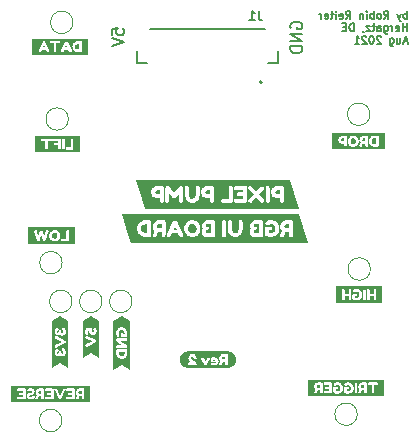
<source format=gbr>
%TF.GenerationSoftware,KiCad,Pcbnew,(5.99.0-11604-g878538abff)*%
%TF.CreationDate,2021-08-06T14:00:02+02:00*%
%TF.ProjectId,pixel-pump-ui-board,7375636b-6572-42d6-9f6e-652d75692d62,rev?*%
%TF.SameCoordinates,Original*%
%TF.FileFunction,Legend,Bot*%
%TF.FilePolarity,Positive*%
%FSLAX46Y46*%
G04 Gerber Fmt 4.6, Leading zero omitted, Abs format (unit mm)*
G04 Created by KiCad (PCBNEW (5.99.0-11604-g878538abff)) date 2021-08-06 14:00:02*
%MOMM*%
%LPD*%
G01*
G04 APERTURE LIST*
%ADD10C,0.150000*%
%ADD11C,0.130000*%
%ADD12C,0.120000*%
%ADD13C,0.127000*%
%ADD14C,0.200000*%
G04 APERTURE END LIST*
D10*
X89035000Y-70459695D02*
X88987380Y-70364457D01*
X88987380Y-70221600D01*
X89035000Y-70078742D01*
X89130238Y-69983504D01*
X89225476Y-69935885D01*
X89415952Y-69888266D01*
X89558809Y-69888266D01*
X89749285Y-69935885D01*
X89844523Y-69983504D01*
X89939761Y-70078742D01*
X89987380Y-70221600D01*
X89987380Y-70316838D01*
X89939761Y-70459695D01*
X89892142Y-70507314D01*
X89558809Y-70507314D01*
X89558809Y-70316838D01*
X89987380Y-70935885D02*
X88987380Y-70935885D01*
X89987380Y-71507314D01*
X88987380Y-71507314D01*
X89987380Y-71983504D02*
X88987380Y-71983504D01*
X88987380Y-72221600D01*
X89035000Y-72364457D01*
X89130238Y-72459695D01*
X89225476Y-72507314D01*
X89415952Y-72554933D01*
X89558809Y-72554933D01*
X89749285Y-72507314D01*
X89844523Y-72459695D01*
X89939761Y-72364457D01*
X89987380Y-72221600D01*
X89987380Y-71983504D01*
D11*
X98860738Y-69647547D02*
X98860738Y-68997547D01*
X98860738Y-69245166D02*
X98798833Y-69214214D01*
X98675023Y-69214214D01*
X98613119Y-69245166D01*
X98582166Y-69276119D01*
X98551214Y-69338023D01*
X98551214Y-69523738D01*
X98582166Y-69585642D01*
X98613119Y-69616595D01*
X98675023Y-69647547D01*
X98798833Y-69647547D01*
X98860738Y-69616595D01*
X98334547Y-69214214D02*
X98179785Y-69647547D01*
X98025023Y-69214214D02*
X98179785Y-69647547D01*
X98241690Y-69802309D01*
X98272642Y-69833261D01*
X98334547Y-69864214D01*
X96910738Y-69647547D02*
X97127404Y-69338023D01*
X97282166Y-69647547D02*
X97282166Y-68997547D01*
X97034547Y-68997547D01*
X96972642Y-69028500D01*
X96941690Y-69059452D01*
X96910738Y-69121357D01*
X96910738Y-69214214D01*
X96941690Y-69276119D01*
X96972642Y-69307071D01*
X97034547Y-69338023D01*
X97282166Y-69338023D01*
X96539309Y-69647547D02*
X96601214Y-69616595D01*
X96632166Y-69585642D01*
X96663119Y-69523738D01*
X96663119Y-69338023D01*
X96632166Y-69276119D01*
X96601214Y-69245166D01*
X96539309Y-69214214D01*
X96446452Y-69214214D01*
X96384547Y-69245166D01*
X96353595Y-69276119D01*
X96322642Y-69338023D01*
X96322642Y-69523738D01*
X96353595Y-69585642D01*
X96384547Y-69616595D01*
X96446452Y-69647547D01*
X96539309Y-69647547D01*
X96044071Y-69647547D02*
X96044071Y-68997547D01*
X96044071Y-69245166D02*
X95982166Y-69214214D01*
X95858357Y-69214214D01*
X95796452Y-69245166D01*
X95765500Y-69276119D01*
X95734547Y-69338023D01*
X95734547Y-69523738D01*
X95765500Y-69585642D01*
X95796452Y-69616595D01*
X95858357Y-69647547D01*
X95982166Y-69647547D01*
X96044071Y-69616595D01*
X95455976Y-69647547D02*
X95455976Y-69214214D01*
X95455976Y-68997547D02*
X95486928Y-69028500D01*
X95455976Y-69059452D01*
X95425023Y-69028500D01*
X95455976Y-68997547D01*
X95455976Y-69059452D01*
X95146452Y-69214214D02*
X95146452Y-69647547D01*
X95146452Y-69276119D02*
X95115500Y-69245166D01*
X95053595Y-69214214D01*
X94960738Y-69214214D01*
X94898833Y-69245166D01*
X94867880Y-69307071D01*
X94867880Y-69647547D01*
X93691690Y-69647547D02*
X93908357Y-69338023D01*
X94063119Y-69647547D02*
X94063119Y-68997547D01*
X93815500Y-68997547D01*
X93753595Y-69028500D01*
X93722642Y-69059452D01*
X93691690Y-69121357D01*
X93691690Y-69214214D01*
X93722642Y-69276119D01*
X93753595Y-69307071D01*
X93815500Y-69338023D01*
X94063119Y-69338023D01*
X93165500Y-69616595D02*
X93227404Y-69647547D01*
X93351214Y-69647547D01*
X93413119Y-69616595D01*
X93444071Y-69554690D01*
X93444071Y-69307071D01*
X93413119Y-69245166D01*
X93351214Y-69214214D01*
X93227404Y-69214214D01*
X93165500Y-69245166D01*
X93134547Y-69307071D01*
X93134547Y-69368976D01*
X93444071Y-69430880D01*
X92855976Y-69647547D02*
X92855976Y-69214214D01*
X92855976Y-68997547D02*
X92886928Y-69028500D01*
X92855976Y-69059452D01*
X92825023Y-69028500D01*
X92855976Y-68997547D01*
X92855976Y-69059452D01*
X92639309Y-69214214D02*
X92391690Y-69214214D01*
X92546452Y-68997547D02*
X92546452Y-69554690D01*
X92515500Y-69616595D01*
X92453595Y-69647547D01*
X92391690Y-69647547D01*
X91927404Y-69616595D02*
X91989309Y-69647547D01*
X92113119Y-69647547D01*
X92175023Y-69616595D01*
X92205976Y-69554690D01*
X92205976Y-69307071D01*
X92175023Y-69245166D01*
X92113119Y-69214214D01*
X91989309Y-69214214D01*
X91927404Y-69245166D01*
X91896452Y-69307071D01*
X91896452Y-69368976D01*
X92205976Y-69430880D01*
X91617880Y-69647547D02*
X91617880Y-69214214D01*
X91617880Y-69338023D02*
X91586928Y-69276119D01*
X91555976Y-69245166D01*
X91494071Y-69214214D01*
X91432166Y-69214214D01*
X98860738Y-70694047D02*
X98860738Y-70044047D01*
X98860738Y-70353571D02*
X98489309Y-70353571D01*
X98489309Y-70694047D02*
X98489309Y-70044047D01*
X97932166Y-70663095D02*
X97994071Y-70694047D01*
X98117880Y-70694047D01*
X98179785Y-70663095D01*
X98210738Y-70601190D01*
X98210738Y-70353571D01*
X98179785Y-70291666D01*
X98117880Y-70260714D01*
X97994071Y-70260714D01*
X97932166Y-70291666D01*
X97901214Y-70353571D01*
X97901214Y-70415476D01*
X98210738Y-70477380D01*
X97622642Y-70694047D02*
X97622642Y-70260714D01*
X97622642Y-70384523D02*
X97591690Y-70322619D01*
X97560738Y-70291666D01*
X97498833Y-70260714D01*
X97436928Y-70260714D01*
X96941690Y-70260714D02*
X96941690Y-70786904D01*
X96972642Y-70848809D01*
X97003595Y-70879761D01*
X97065500Y-70910714D01*
X97158357Y-70910714D01*
X97220261Y-70879761D01*
X96941690Y-70663095D02*
X97003595Y-70694047D01*
X97127404Y-70694047D01*
X97189309Y-70663095D01*
X97220261Y-70632142D01*
X97251214Y-70570238D01*
X97251214Y-70384523D01*
X97220261Y-70322619D01*
X97189309Y-70291666D01*
X97127404Y-70260714D01*
X97003595Y-70260714D01*
X96941690Y-70291666D01*
X96353595Y-70694047D02*
X96353595Y-70353571D01*
X96384547Y-70291666D01*
X96446452Y-70260714D01*
X96570261Y-70260714D01*
X96632166Y-70291666D01*
X96353595Y-70663095D02*
X96415500Y-70694047D01*
X96570261Y-70694047D01*
X96632166Y-70663095D01*
X96663119Y-70601190D01*
X96663119Y-70539285D01*
X96632166Y-70477380D01*
X96570261Y-70446428D01*
X96415500Y-70446428D01*
X96353595Y-70415476D01*
X96136928Y-70260714D02*
X95889309Y-70260714D01*
X96044071Y-70044047D02*
X96044071Y-70601190D01*
X96013119Y-70663095D01*
X95951214Y-70694047D01*
X95889309Y-70694047D01*
X95734547Y-70260714D02*
X95394071Y-70260714D01*
X95734547Y-70694047D01*
X95394071Y-70694047D01*
X95115500Y-70663095D02*
X95115500Y-70694047D01*
X95146452Y-70755952D01*
X95177404Y-70786904D01*
X94341690Y-70694047D02*
X94341690Y-70044047D01*
X94186928Y-70044047D01*
X94094071Y-70075000D01*
X94032166Y-70136904D01*
X94001214Y-70198809D01*
X93970261Y-70322619D01*
X93970261Y-70415476D01*
X94001214Y-70539285D01*
X94032166Y-70601190D01*
X94094071Y-70663095D01*
X94186928Y-70694047D01*
X94341690Y-70694047D01*
X93691690Y-70353571D02*
X93475023Y-70353571D01*
X93382166Y-70694047D02*
X93691690Y-70694047D01*
X93691690Y-70044047D01*
X93382166Y-70044047D01*
X98891690Y-71554833D02*
X98582166Y-71554833D01*
X98953595Y-71740547D02*
X98736928Y-71090547D01*
X98520261Y-71740547D01*
X98025023Y-71307214D02*
X98025023Y-71740547D01*
X98303595Y-71307214D02*
X98303595Y-71647690D01*
X98272642Y-71709595D01*
X98210738Y-71740547D01*
X98117880Y-71740547D01*
X98055976Y-71709595D01*
X98025023Y-71678642D01*
X97436928Y-71307214D02*
X97436928Y-71833404D01*
X97467880Y-71895309D01*
X97498833Y-71926261D01*
X97560738Y-71957214D01*
X97653595Y-71957214D01*
X97715500Y-71926261D01*
X97436928Y-71709595D02*
X97498833Y-71740547D01*
X97622642Y-71740547D01*
X97684547Y-71709595D01*
X97715500Y-71678642D01*
X97746452Y-71616738D01*
X97746452Y-71431023D01*
X97715500Y-71369119D01*
X97684547Y-71338166D01*
X97622642Y-71307214D01*
X97498833Y-71307214D01*
X97436928Y-71338166D01*
X96663119Y-71152452D02*
X96632166Y-71121500D01*
X96570261Y-71090547D01*
X96415500Y-71090547D01*
X96353595Y-71121500D01*
X96322642Y-71152452D01*
X96291690Y-71214357D01*
X96291690Y-71276261D01*
X96322642Y-71369119D01*
X96694071Y-71740547D01*
X96291690Y-71740547D01*
X95889309Y-71090547D02*
X95827404Y-71090547D01*
X95765500Y-71121500D01*
X95734547Y-71152452D01*
X95703595Y-71214357D01*
X95672642Y-71338166D01*
X95672642Y-71492928D01*
X95703595Y-71616738D01*
X95734547Y-71678642D01*
X95765500Y-71709595D01*
X95827404Y-71740547D01*
X95889309Y-71740547D01*
X95951214Y-71709595D01*
X95982166Y-71678642D01*
X96013119Y-71616738D01*
X96044071Y-71492928D01*
X96044071Y-71338166D01*
X96013119Y-71214357D01*
X95982166Y-71152452D01*
X95951214Y-71121500D01*
X95889309Y-71090547D01*
X95425023Y-71152452D02*
X95394071Y-71121500D01*
X95332166Y-71090547D01*
X95177404Y-71090547D01*
X95115500Y-71121500D01*
X95084547Y-71152452D01*
X95053595Y-71214357D01*
X95053595Y-71276261D01*
X95084547Y-71369119D01*
X95455976Y-71740547D01*
X95053595Y-71740547D01*
X94434547Y-71740547D02*
X94805976Y-71740547D01*
X94620261Y-71740547D02*
X94620261Y-71090547D01*
X94682166Y-71183404D01*
X94744071Y-71245309D01*
X94805976Y-71276261D01*
D10*
X73874380Y-70980323D02*
X73874380Y-70504133D01*
X74350571Y-70456514D01*
X74302952Y-70504133D01*
X74255333Y-70599371D01*
X74255333Y-70837466D01*
X74302952Y-70932704D01*
X74350571Y-70980323D01*
X74445809Y-71027942D01*
X74683904Y-71027942D01*
X74779142Y-70980323D01*
X74826761Y-70932704D01*
X74874380Y-70837466D01*
X74874380Y-70599371D01*
X74826761Y-70504133D01*
X74779142Y-70456514D01*
X73874380Y-71313657D02*
X74874380Y-71646990D01*
X73874380Y-71980323D01*
%TO.C,J1*%
X86292466Y-68967504D02*
X86292466Y-69538933D01*
X86330561Y-69653219D01*
X86406752Y-69729409D01*
X86521038Y-69767504D01*
X86597228Y-69767504D01*
X85492466Y-69767504D02*
X85949609Y-69767504D01*
X85721038Y-69767504D02*
X85721038Y-68967504D01*
X85797228Y-69081790D01*
X85873419Y-69157980D01*
X85949609Y-69196076D01*
%TO.C,kibuzzard-6108471A*%
G36*
X74740055Y-86165375D02*
G01*
X89719170Y-86165375D01*
X90459945Y-88634625D01*
X75480830Y-88634625D01*
X75107871Y-87391427D01*
X75993460Y-87391427D01*
X76006259Y-87531505D01*
X76044657Y-87661223D01*
X76108653Y-87780583D01*
X76198247Y-87889585D01*
X76306059Y-87980430D01*
X76424704Y-88045319D01*
X76554185Y-88084252D01*
X76694500Y-88097230D01*
X77043115Y-88097230D01*
X77137412Y-88085324D01*
X77187895Y-88049605D01*
X77204326Y-87961975D01*
X77315530Y-87961975D01*
X77345057Y-88028650D01*
X77433640Y-88083895D01*
X77531747Y-88110565D01*
X77592707Y-88092468D01*
X77627950Y-88055320D01*
X77652927Y-88000922D01*
X77702457Y-87885987D01*
X77776540Y-87710515D01*
X77835595Y-87714325D01*
X78075625Y-87714325D01*
X78075625Y-87929590D01*
X78078482Y-87995313D01*
X78096580Y-88045795D01*
X78147062Y-88084371D01*
X78245170Y-88097230D01*
X78350897Y-88079609D01*
X78401380Y-88026745D01*
X78408853Y-87961975D01*
X78517585Y-87961975D01*
X78545208Y-88027221D01*
X78628075Y-88085800D01*
X78729992Y-88118185D01*
X78790952Y-88101040D01*
X78825242Y-88064845D01*
X78854770Y-88007695D01*
X78953830Y-87801955D01*
X79481515Y-87801955D01*
X79580575Y-88007695D01*
X79610102Y-88062940D01*
X79644392Y-88098183D01*
X79705352Y-88116280D01*
X79807270Y-88083895D01*
X79890137Y-88026745D01*
X79917760Y-87961975D01*
X79885375Y-87864820D01*
X79658564Y-87395237D01*
X79993960Y-87395237D01*
X80006342Y-87540613D01*
X80043490Y-87674796D01*
X80105402Y-87797788D01*
X80192080Y-87909588D01*
X80296855Y-88002516D01*
X80413060Y-88068893D01*
X80540695Y-88108720D01*
X80679760Y-88121995D01*
X80819123Y-88108898D01*
X80947651Y-88069608D01*
X81065344Y-88004123D01*
X81172202Y-87912445D01*
X81260964Y-87802669D01*
X81324364Y-87682893D01*
X81334136Y-87649555D01*
X81470335Y-87649555D01*
X81486527Y-87769676D01*
X81530025Y-87876038D01*
X81600827Y-87968643D01*
X81691315Y-88040080D01*
X81793867Y-88082943D01*
X81908485Y-88097230D01*
X82409500Y-88097230D01*
X82515227Y-88079133D01*
X82565710Y-88024840D01*
X82577140Y-87925780D01*
X82577140Y-86872315D01*
X83211505Y-86872315D01*
X83211505Y-87931495D01*
X83214363Y-87998170D01*
X83232460Y-88047700D01*
X83282943Y-88086276D01*
X83381050Y-88099135D01*
X83486778Y-88081038D01*
X83537260Y-88026745D01*
X83548690Y-87929590D01*
X83548690Y-86872315D01*
X83701090Y-86872315D01*
X83701090Y-87447625D01*
X83710853Y-87570498D01*
X83740143Y-87687655D01*
X83788958Y-87799098D01*
X83857300Y-87904825D01*
X83944454Y-87992693D01*
X84053515Y-88061988D01*
X84179959Y-88106993D01*
X84319263Y-88121995D01*
X84458328Y-88106755D01*
X84584058Y-88061035D01*
X84691928Y-87990550D01*
X84777415Y-87901015D01*
X84844923Y-87796716D01*
X84893144Y-87685750D01*
X84902046Y-87649555D01*
X85537510Y-87649555D01*
X85553703Y-87769676D01*
X85597200Y-87876038D01*
X85668003Y-87968643D01*
X85758490Y-88040080D01*
X85861043Y-88082943D01*
X85975660Y-88097230D01*
X86476675Y-88097230D01*
X86582403Y-88079133D01*
X86632885Y-88024840D01*
X86644315Y-87925780D01*
X86644315Y-87417145D01*
X86796715Y-87417145D01*
X86796715Y-87836245D01*
X86850055Y-87952450D01*
X86940066Y-88024959D01*
X87050080Y-88076751D01*
X87180096Y-88107827D01*
X87330115Y-88118185D01*
X87467394Y-88104790D01*
X87595386Y-88064607D01*
X87714092Y-87997634D01*
X87755705Y-87961975D01*
X88109260Y-87961975D01*
X88138788Y-88028650D01*
X88227370Y-88083895D01*
X88325478Y-88110565D01*
X88386438Y-88092468D01*
X88421680Y-88055320D01*
X88446657Y-88000922D01*
X88496187Y-87885987D01*
X88570270Y-87710515D01*
X88629325Y-87714325D01*
X88869355Y-87714325D01*
X88869355Y-87929590D01*
X88872213Y-87995313D01*
X88890310Y-88045795D01*
X88940793Y-88084371D01*
X89038900Y-88097230D01*
X89144628Y-88079609D01*
X89195110Y-88026745D01*
X89206540Y-87927685D01*
X89206540Y-86870410D01*
X89203683Y-86804687D01*
X89185585Y-86754205D01*
X89135103Y-86715629D01*
X89036995Y-86702770D01*
X88625515Y-86702770D01*
X88514813Y-86716317D01*
X88406228Y-86756957D01*
X88299760Y-86824690D01*
X88230228Y-86894222D01*
X88174030Y-86984710D01*
X88136883Y-87091390D01*
X88124500Y-87209500D01*
X88140375Y-87344543D01*
X88188000Y-87462653D01*
X88267375Y-87563830D01*
X88234355Y-87641935D01*
X88191175Y-87741630D01*
X88137835Y-87862915D01*
X88109260Y-87961975D01*
X87755705Y-87961975D01*
X87823510Y-87903872D01*
X87915188Y-87791180D01*
X87980673Y-87667414D01*
X88019963Y-87532576D01*
X88033060Y-87386665D01*
X88019725Y-87241468D01*
X87979720Y-87108773D01*
X87913045Y-86988580D01*
X87819700Y-86880887D01*
X87708258Y-86792126D01*
X87587290Y-86728726D01*
X87456798Y-86690685D01*
X87316780Y-86678005D01*
X87169672Y-86694515D01*
X87028067Y-86744045D01*
X86891965Y-86826595D01*
X86840530Y-86911367D01*
X86884345Y-87019000D01*
X86955306Y-87094724D01*
X87019600Y-87119965D01*
X87135805Y-87067577D01*
X87223435Y-87028287D01*
X87326305Y-87015190D01*
X87462989Y-87040669D01*
X87583480Y-87117107D01*
X87667776Y-87234741D01*
X87695875Y-87383808D01*
X87683175Y-87488159D01*
X87645075Y-87581504D01*
X87581575Y-87663843D01*
X87459655Y-87750282D01*
X87322495Y-87779095D01*
X87222959Y-87770523D01*
X87133900Y-87744805D01*
X87133900Y-87537160D01*
X87284395Y-87537160D01*
X87368215Y-87521920D01*
X87400600Y-87477153D01*
X87408220Y-87397142D01*
X87399648Y-87316180D01*
X87368215Y-87274270D01*
X87276775Y-87257125D01*
X86941495Y-87257125D01*
X86815765Y-87310465D01*
X86796715Y-87417145D01*
X86644315Y-87417145D01*
X86644315Y-86868505D01*
X86641458Y-86801830D01*
X86623360Y-86752300D01*
X86572878Y-86713724D01*
X86474770Y-86700865D01*
X85994710Y-86700865D01*
X85884220Y-86714412D01*
X85786430Y-86755052D01*
X85701340Y-86822785D01*
X85632548Y-86910838D01*
X85591273Y-87009898D01*
X85577515Y-87119965D01*
X85595613Y-87240456D01*
X85649905Y-87350470D01*
X85587463Y-87442968D01*
X85549998Y-87542663D01*
X85537510Y-87649555D01*
X84902046Y-87649555D01*
X84922076Y-87568116D01*
X84931720Y-87443815D01*
X84931720Y-86870410D01*
X84928863Y-86802782D01*
X84910765Y-86752300D01*
X84859330Y-86712295D01*
X84762175Y-86700865D01*
X84665020Y-86712295D01*
X84615490Y-86752300D01*
X84592630Y-86872315D01*
X84592630Y-87443815D01*
X84578343Y-87557163D01*
X84535480Y-87664795D01*
X84449755Y-87750520D01*
X84314500Y-87782905D01*
X84193056Y-87757188D01*
X84106855Y-87680035D01*
X84055420Y-87569069D01*
X84038275Y-87441910D01*
X84038275Y-86858980D01*
X84019225Y-86754205D01*
X83963980Y-86712295D01*
X83873493Y-86700865D01*
X83786815Y-86710390D01*
X83737285Y-86733250D01*
X83712520Y-86773255D01*
X83701090Y-86872315D01*
X83548690Y-86872315D01*
X83548690Y-86870410D01*
X83545833Y-86804687D01*
X83527735Y-86754205D01*
X83477253Y-86715629D01*
X83379145Y-86702770D01*
X83272941Y-86720391D01*
X83221030Y-86773255D01*
X83211505Y-86872315D01*
X82577140Y-86872315D01*
X82577140Y-86868505D01*
X82574282Y-86801830D01*
X82556185Y-86752300D01*
X82505702Y-86713724D01*
X82407595Y-86700865D01*
X81927535Y-86700865D01*
X81817045Y-86714412D01*
X81719255Y-86755052D01*
X81634165Y-86822785D01*
X81565373Y-86910838D01*
X81524098Y-87009898D01*
X81510340Y-87119965D01*
X81528437Y-87240456D01*
X81582730Y-87350470D01*
X81520288Y-87442968D01*
X81482823Y-87542663D01*
X81470335Y-87649555D01*
X81334136Y-87649555D01*
X81362405Y-87553114D01*
X81375085Y-87413335D01*
X81360797Y-87260221D01*
X81317935Y-87117107D01*
X81251260Y-86990187D01*
X81165535Y-86885650D01*
X81063141Y-86802306D01*
X80946460Y-86738965D01*
X80820730Y-86698960D01*
X80691190Y-86685625D01*
X80554863Y-86698365D01*
X80427824Y-86736584D01*
X80310071Y-86800282D01*
X80201605Y-86889460D01*
X80110760Y-86997509D01*
X80045871Y-87117822D01*
X80006938Y-87250398D01*
X79993960Y-87395237D01*
X79658564Y-87395237D01*
X79371025Y-86799925D01*
X79307207Y-86729440D01*
X79216720Y-86702770D01*
X79127185Y-86727535D01*
X79064320Y-86801830D01*
X78549970Y-87864820D01*
X78517585Y-87961975D01*
X78408853Y-87961975D01*
X78412810Y-87927685D01*
X78412810Y-86870410D01*
X78409952Y-86804687D01*
X78391855Y-86754205D01*
X78341372Y-86715629D01*
X78243265Y-86702770D01*
X77831785Y-86702770D01*
X77721083Y-86716317D01*
X77612498Y-86756957D01*
X77506030Y-86824690D01*
X77436497Y-86894222D01*
X77380300Y-86984710D01*
X77343152Y-87091390D01*
X77330770Y-87209500D01*
X77346645Y-87344543D01*
X77394270Y-87462653D01*
X77473645Y-87563830D01*
X77440625Y-87641935D01*
X77397445Y-87741630D01*
X77344105Y-87862915D01*
X77315530Y-87961975D01*
X77204326Y-87961975D01*
X77210755Y-87927685D01*
X77210755Y-86868505D01*
X77207897Y-86801830D01*
X77189800Y-86752300D01*
X77139317Y-86713724D01*
X77041210Y-86700865D01*
X76688785Y-86702770D01*
X76554840Y-86715212D01*
X76429229Y-86752538D01*
X76311952Y-86814748D01*
X76203010Y-86901842D01*
X76111332Y-87007094D01*
X76045847Y-87123775D01*
X76006557Y-87251886D01*
X75993460Y-87391427D01*
X75107871Y-87391427D01*
X74740055Y-86165375D01*
G37*
G36*
X88869355Y-87377140D02*
G01*
X88625515Y-87377140D01*
X88515025Y-87335230D01*
X88459780Y-87209500D01*
X88515025Y-87082817D01*
X88629325Y-87039955D01*
X88869355Y-87039955D01*
X88869355Y-87377140D01*
G37*
G36*
X80814062Y-87049242D02*
G01*
X80929315Y-87128537D01*
X80989640Y-87206113D01*
X81025835Y-87297871D01*
X81037900Y-87403810D01*
X81025729Y-87509749D01*
X80989217Y-87601507D01*
X80928362Y-87679083D01*
X80812396Y-87758378D01*
X80683570Y-87784810D01*
X80554982Y-87759093D01*
X80439730Y-87681940D01*
X80379405Y-87605528D01*
X80343210Y-87513453D01*
X80331145Y-87405715D01*
X80343316Y-87297765D01*
X80379828Y-87205055D01*
X80440682Y-87127585D01*
X80556649Y-87049004D01*
X80685475Y-87022810D01*
X80814062Y-87049242D01*
G37*
G36*
X82239955Y-87760045D02*
G01*
X81927535Y-87760045D01*
X81837524Y-87727660D01*
X81807520Y-87630505D01*
X81817997Y-87558115D01*
X81853240Y-87520015D01*
X81959920Y-87504775D01*
X82062790Y-87478105D01*
X82097080Y-87368567D01*
X82061837Y-87259030D01*
X81944680Y-87232360D01*
X81853240Y-87192355D01*
X81847525Y-87123775D01*
X81878957Y-87057100D01*
X81973255Y-87038050D01*
X82239955Y-87038050D01*
X82239955Y-87760045D01*
G37*
G36*
X79344355Y-87520015D02*
G01*
X79090990Y-87520015D01*
X79218625Y-87259030D01*
X79344355Y-87520015D01*
G37*
G36*
X86307130Y-87760045D02*
G01*
X85994710Y-87760045D01*
X85904699Y-87727660D01*
X85874695Y-87630505D01*
X85885173Y-87558115D01*
X85920415Y-87520015D01*
X86027095Y-87504775D01*
X86129965Y-87478105D01*
X86164255Y-87368567D01*
X86129013Y-87259030D01*
X86011855Y-87232360D01*
X85920415Y-87192355D01*
X85914700Y-87123775D01*
X85946133Y-87057100D01*
X86040430Y-87038050D01*
X86307130Y-87038050D01*
X86307130Y-87760045D01*
G37*
G36*
X76873570Y-87760045D02*
G01*
X76688785Y-87760045D01*
X76558292Y-87734566D01*
X76441135Y-87658128D01*
X76358267Y-87543113D01*
X76330645Y-87401905D01*
X76357553Y-87260221D01*
X76438277Y-87143777D01*
X76555197Y-87065911D01*
X76690690Y-87039955D01*
X76873570Y-87039955D01*
X76873570Y-87760045D01*
G37*
G36*
X78075625Y-87377140D02*
G01*
X77831785Y-87377140D01*
X77721295Y-87335230D01*
X77666050Y-87209500D01*
X77721295Y-87082817D01*
X77835595Y-87039955D01*
X78075625Y-87039955D01*
X78075625Y-87377140D01*
G37*
D12*
%TO.C,TP9*%
X73035200Y-93573600D02*
G75*
G03*
X73035200Y-93573600I-950000J0D01*
G01*
%TO.C,kibuzzard-610846A8*%
G36*
X72100000Y-94812784D02*
G01*
X72789822Y-95272665D01*
X72789822Y-98387216D01*
X72100000Y-97927335D01*
X71410178Y-98387216D01*
X71410178Y-96597460D01*
X71621845Y-96597460D01*
X71626925Y-96631115D01*
X71644705Y-96652705D01*
X71678360Y-96673660D01*
X71713920Y-96690646D01*
X71783770Y-96722555D01*
X71873464Y-96763354D01*
X71968555Y-96807010D01*
X72063646Y-96850825D01*
X72153340Y-96892100D01*
X72221126Y-96923374D01*
X72250495Y-96937185D01*
X71694235Y-97191185D01*
X71656135Y-97208965D01*
X71621845Y-97264845D01*
X71643435Y-97339775D01*
X71682170Y-97395973D01*
X71724715Y-97414705D01*
X71785675Y-97395655D01*
X72496875Y-97045135D01*
X72541960Y-97002590D01*
X72559105Y-96943535D01*
X72559105Y-96930835D01*
X72541960Y-96870510D01*
X72496875Y-96827965D01*
X71785675Y-96477445D01*
X71724715Y-96458395D01*
X71682170Y-96477127D01*
X71643435Y-96533325D01*
X71621845Y-96597460D01*
X71410178Y-96597460D01*
X71410178Y-95964365D01*
X71626925Y-95964365D01*
X71628195Y-96157405D01*
X71628195Y-96276785D01*
X71630100Y-96321235D01*
X71642165Y-96354255D01*
X71676455Y-96379972D01*
X71743765Y-96388545D01*
X71805042Y-96380607D01*
X71836475Y-96356795D01*
X71848540Y-96325680D01*
X71850445Y-96284405D01*
X71850445Y-96062155D01*
X71946965Y-96049455D01*
X71944425Y-96093905D01*
X71954514Y-96171657D01*
X71984783Y-96244047D01*
X72035230Y-96311075D01*
X72100282Y-96364697D01*
X72174366Y-96396871D01*
X72257480Y-96407595D01*
X72341018Y-96397435D01*
X72416371Y-96366955D01*
X72483540Y-96316155D01*
X72536104Y-96250256D01*
X72567642Y-96174479D01*
X72578155Y-96088825D01*
X72571523Y-96012625D01*
X72551626Y-95941505D01*
X72518465Y-95875465D01*
X72494335Y-95843715D01*
X72485445Y-95833555D01*
X72409245Y-95785295D01*
X72326695Y-95832285D01*
X72284785Y-95905945D01*
X72325425Y-95991035D01*
X72352095Y-96070410D01*
X72327965Y-96154230D01*
X72261290Y-96181535D01*
X72193980Y-96151690D01*
X72169215Y-96083745D01*
X72192075Y-96022785D01*
X72221285Y-95953570D01*
X72197155Y-95873560D01*
X72158420Y-95814505D01*
X72127305Y-95800535D01*
X72067932Y-95806885D01*
X71922835Y-95825935D01*
X71779960Y-95845302D01*
X71727255Y-95852605D01*
X71700585Y-95861495D01*
X71666295Y-95879910D01*
X71638990Y-95912930D01*
X71626925Y-95964365D01*
X71410178Y-95964365D01*
X71410178Y-95272665D01*
X72100000Y-94812784D01*
G37*
%TO.C,kibuzzard-610846B1*%
G36*
X74941300Y-97962330D02*
G01*
X74924314Y-98049325D01*
X74873355Y-98127430D01*
X74796679Y-98182675D01*
X74702540Y-98201090D01*
X74608084Y-98183151D01*
X74530455Y-98129335D01*
X74478544Y-98051389D01*
X74461240Y-97961060D01*
X74461240Y-97839140D01*
X74941300Y-97839140D01*
X74941300Y-97962330D01*
G37*
G36*
X74700000Y-98938510D02*
G01*
X74008273Y-99399661D01*
X74008273Y-97727380D01*
X74235180Y-97727380D01*
X74236450Y-97962330D01*
X74244745Y-98051627D01*
X74269629Y-98135368D01*
X74311102Y-98213552D01*
X74369165Y-98286180D01*
X74439332Y-98347299D01*
X74517120Y-98390955D01*
X74602527Y-98417149D01*
X74695555Y-98425880D01*
X74788940Y-98417347D01*
X74875419Y-98391749D01*
X74954992Y-98349085D01*
X75027660Y-98289355D01*
X75088223Y-98217481D01*
X75131483Y-98138384D01*
X75157438Y-98052063D01*
X75166090Y-97958520D01*
X75166090Y-97726110D01*
X75158153Y-97663245D01*
X75134340Y-97629590D01*
X75053060Y-97614350D01*
X74346940Y-97614350D01*
X74302490Y-97616255D01*
X74269470Y-97628320D01*
X74243752Y-97661975D01*
X74235180Y-97727380D01*
X74008273Y-97727380D01*
X74008273Y-96810440D01*
X74237720Y-96810440D01*
X74244705Y-96870765D01*
X74260580Y-96901880D01*
X74293600Y-96931090D01*
X74408217Y-97015474D01*
X74509077Y-97089981D01*
X74596177Y-97154610D01*
X74669520Y-97209361D01*
X74729104Y-97254234D01*
X74774930Y-97289230D01*
X74345670Y-97289230D01*
X74275185Y-97301295D01*
X74245340Y-97337490D01*
X74237720Y-97397815D01*
X74244070Y-97456235D01*
X74259310Y-97489255D01*
X74285980Y-97505130D01*
X74350750Y-97512750D01*
X75055600Y-97512750D01*
X75100050Y-97510845D01*
X75133070Y-97498780D01*
X75158788Y-97465125D01*
X75167360Y-97399720D01*
X75159740Y-97331140D01*
X75135610Y-97299390D01*
X75015948Y-97209573D01*
X74910961Y-97130621D01*
X74820650Y-97062535D01*
X74745014Y-97005314D01*
X74684054Y-96958959D01*
X74637770Y-96923470D01*
X75055600Y-96923470D01*
X75100050Y-96921565D01*
X75133070Y-96909500D01*
X75158788Y-96875845D01*
X75167360Y-96810440D01*
X75158788Y-96746940D01*
X75133070Y-96713920D01*
X75098780Y-96701855D01*
X75054330Y-96699950D01*
X74345670Y-96699950D01*
X74275185Y-96712015D01*
X74245340Y-96748210D01*
X74237720Y-96810440D01*
X74008273Y-96810440D01*
X74008273Y-96251640D01*
X74219940Y-96251640D01*
X74230947Y-96349712D01*
X74263967Y-96444116D01*
X74319000Y-96534850D01*
X74375515Y-96569140D01*
X74447270Y-96539930D01*
X74497752Y-96492622D01*
X74514580Y-96449760D01*
X74479655Y-96372290D01*
X74453461Y-96313870D01*
X74444730Y-96245290D01*
X74461716Y-96154167D01*
X74512675Y-96073840D01*
X74591097Y-96017642D01*
X74690475Y-95998910D01*
X74760043Y-96007377D01*
X74822273Y-96032777D01*
X74877165Y-96075110D01*
X74934791Y-96156390D01*
X74954000Y-96247830D01*
X74948285Y-96314187D01*
X74931140Y-96373560D01*
X74792710Y-96373560D01*
X74792710Y-96273230D01*
X74782550Y-96217350D01*
X74752705Y-96195760D01*
X74699365Y-96190680D01*
X74645390Y-96196395D01*
X74617450Y-96217350D01*
X74606020Y-96278310D01*
X74606020Y-96501830D01*
X74641580Y-96585650D01*
X74712700Y-96598350D01*
X74992100Y-96598350D01*
X75069570Y-96562790D01*
X75117909Y-96502782D01*
X75152438Y-96429440D01*
X75173154Y-96342762D01*
X75180060Y-96242750D01*
X75171130Y-96151231D01*
X75144341Y-96065903D01*
X75099693Y-95986766D01*
X75037185Y-95913820D01*
X74962057Y-95852701D01*
X74879546Y-95809045D01*
X74789654Y-95782851D01*
X74692380Y-95774120D01*
X74595582Y-95783010D01*
X74507119Y-95809680D01*
X74426990Y-95854130D01*
X74355195Y-95916360D01*
X74296021Y-95990655D01*
X74253754Y-96071300D01*
X74228393Y-96158295D01*
X74219940Y-96251640D01*
X74008273Y-96251640D01*
X74008273Y-95261490D01*
X74700000Y-94800339D01*
X75391727Y-95261490D01*
X75391727Y-99399661D01*
X74700000Y-98938510D01*
G37*
%TO.C,kibuzzard-61084691*%
G36*
X69500000Y-94788180D02*
G01*
X70192362Y-95249755D01*
X70192362Y-99211820D01*
X69500000Y-98750245D01*
X68807638Y-99211820D01*
X68807638Y-97880745D01*
X69019305Y-97880745D01*
X69029183Y-97977547D01*
X69058816Y-98059674D01*
X69108205Y-98127125D01*
X69169941Y-98177219D01*
X69236616Y-98207276D01*
X69308230Y-98217295D01*
X69375469Y-98206288D01*
X69429021Y-98173268D01*
X69468885Y-98118235D01*
X69477775Y-98118235D01*
X69505080Y-98155700D01*
X69546355Y-98195705D01*
X69603505Y-98227138D01*
X69668275Y-98237615D01*
X69753577Y-98226326D01*
X69828295Y-98192459D01*
X69892430Y-98136015D01*
X69941466Y-98062496D01*
X69970888Y-97977406D01*
X69980695Y-97880745D01*
X69970817Y-97784789D01*
X69941184Y-97700123D01*
X69891795Y-97626745D01*
X69852108Y-97590868D01*
X69801625Y-97559435D01*
X69768605Y-97545465D01*
X69755905Y-97542925D01*
X69687325Y-97528955D01*
X69632080Y-97560070D01*
X69613665Y-97653415D01*
X69626365Y-97720725D01*
X69692405Y-97758825D01*
X69753365Y-97828675D01*
X69760985Y-97882015D01*
X69754159Y-97940435D01*
X69733680Y-97981075D01*
X69672085Y-98012825D01*
X69611760Y-97981710D01*
X69585725Y-97908050D01*
X69583185Y-97850265D01*
X69570485Y-97817245D01*
X69537783Y-97791528D01*
X69472695Y-97782955D01*
X69401892Y-97794703D01*
X69367285Y-97829945D01*
X69360935Y-97895985D01*
X69348552Y-97968375D01*
X69311405Y-97992505D01*
X69260605Y-97967105D01*
X69236475Y-97896620D01*
X69251715Y-97824865D01*
X69282195Y-97791845D01*
X69297435Y-97784225D01*
X69345060Y-97748665D01*
X69360935Y-97700405D01*
X69338075Y-97630555D01*
X69298387Y-97582930D01*
X69252985Y-97567055D01*
X69166625Y-97596265D01*
X69126620Y-97624205D01*
X69076455Y-97676910D01*
X69037085Y-97760730D01*
X69023750Y-97817721D01*
X69019305Y-97880745D01*
X68807638Y-97880745D01*
X68807638Y-96660910D01*
X69025655Y-96660910D01*
X69030735Y-96694565D01*
X69048515Y-96716155D01*
X69082170Y-96737110D01*
X69117730Y-96754096D01*
X69187580Y-96786005D01*
X69277274Y-96826804D01*
X69372365Y-96870460D01*
X69467456Y-96914275D01*
X69557150Y-96955550D01*
X69624936Y-96986824D01*
X69654305Y-97000635D01*
X69098045Y-97254635D01*
X69059945Y-97272415D01*
X69025655Y-97328295D01*
X69047245Y-97403225D01*
X69085980Y-97459423D01*
X69128525Y-97478155D01*
X69189485Y-97459105D01*
X69900685Y-97108585D01*
X69945770Y-97066040D01*
X69962915Y-97006985D01*
X69962915Y-96994285D01*
X69945770Y-96933960D01*
X69900685Y-96891415D01*
X69189485Y-96540895D01*
X69128525Y-96521845D01*
X69085980Y-96540577D01*
X69047245Y-96596775D01*
X69025655Y-96660910D01*
X68807638Y-96660910D01*
X68807638Y-96114175D01*
X69019305Y-96114175D01*
X69029183Y-96210977D01*
X69058816Y-96293104D01*
X69108205Y-96360555D01*
X69169941Y-96410649D01*
X69236616Y-96440706D01*
X69308230Y-96450725D01*
X69375469Y-96439718D01*
X69429021Y-96406698D01*
X69468885Y-96351665D01*
X69477775Y-96351665D01*
X69505080Y-96389130D01*
X69546355Y-96429135D01*
X69603505Y-96460567D01*
X69668275Y-96471045D01*
X69753577Y-96459756D01*
X69828295Y-96425889D01*
X69892430Y-96369445D01*
X69941466Y-96295926D01*
X69970888Y-96210836D01*
X69980695Y-96114175D01*
X69970817Y-96018219D01*
X69941184Y-95933553D01*
X69891795Y-95860175D01*
X69852108Y-95824297D01*
X69801625Y-95792865D01*
X69768605Y-95778895D01*
X69755905Y-95776355D01*
X69687325Y-95762385D01*
X69632080Y-95793500D01*
X69613665Y-95886845D01*
X69626365Y-95954155D01*
X69692405Y-95992255D01*
X69753365Y-96062105D01*
X69760985Y-96115445D01*
X69754159Y-96173865D01*
X69733680Y-96214505D01*
X69672085Y-96246255D01*
X69611760Y-96215140D01*
X69585725Y-96141480D01*
X69583185Y-96083695D01*
X69570485Y-96050675D01*
X69537783Y-96024957D01*
X69472695Y-96016385D01*
X69401892Y-96028132D01*
X69367285Y-96063375D01*
X69360935Y-96129415D01*
X69348552Y-96201805D01*
X69311405Y-96225935D01*
X69260605Y-96200535D01*
X69236475Y-96130050D01*
X69251715Y-96058295D01*
X69282195Y-96025275D01*
X69297435Y-96017655D01*
X69345060Y-95982095D01*
X69360935Y-95933835D01*
X69338075Y-95863985D01*
X69298387Y-95816360D01*
X69252985Y-95800485D01*
X69166625Y-95829695D01*
X69126620Y-95857635D01*
X69076455Y-95910340D01*
X69037085Y-95994160D01*
X69023750Y-96051151D01*
X69019305Y-96114175D01*
X68807638Y-96114175D01*
X68807638Y-95249755D01*
X69500000Y-94788180D01*
G37*
%TO.C,kibuzzard-610845ED*%
G36*
X94399480Y-79763621D02*
G01*
X94476315Y-79816485D01*
X94516532Y-79868202D01*
X94540662Y-79929374D01*
X94548705Y-80000000D01*
X94540591Y-80070626D01*
X94516249Y-80131798D01*
X94475680Y-80183515D01*
X94398369Y-80236379D01*
X94312485Y-80254000D01*
X94226760Y-80236855D01*
X94149925Y-80185420D01*
X94109708Y-80134479D01*
X94085578Y-80073096D01*
X94077535Y-80001270D01*
X94085649Y-79929303D01*
X94109991Y-79867497D01*
X94150560Y-79815850D01*
X94227871Y-79763462D01*
X94313755Y-79746000D01*
X94399480Y-79763621D01*
G37*
G36*
X96962525Y-80690457D02*
G01*
X92537475Y-80690457D01*
X92537475Y-79870460D01*
X93050105Y-79870460D01*
X93058360Y-79949041D01*
X93083125Y-80019685D01*
X93120907Y-80079534D01*
X93168215Y-80125730D01*
X93239335Y-80170886D01*
X93312148Y-80197979D01*
X93386655Y-80207010D01*
X93545405Y-80207010D01*
X93545405Y-80350520D01*
X93547310Y-80394335D01*
X93559375Y-80427990D01*
X93593030Y-80453708D01*
X93658435Y-80462280D01*
X93728920Y-80450533D01*
X93762575Y-80415290D01*
X93770195Y-80349250D01*
X93770195Y-79994285D01*
X93852745Y-79994285D01*
X93861000Y-80091202D01*
X93885765Y-80180658D01*
X93927040Y-80262652D01*
X93984825Y-80337185D01*
X94054675Y-80399137D01*
X94132145Y-80443389D01*
X94217235Y-80469940D01*
X94309945Y-80478790D01*
X94402853Y-80470059D01*
X94488539Y-80443865D01*
X94567001Y-80400209D01*
X94599753Y-80372110D01*
X94824295Y-80372110D01*
X94843980Y-80416560D01*
X94903035Y-80453390D01*
X94968440Y-80471170D01*
X95009080Y-80459105D01*
X95032575Y-80434340D01*
X95049226Y-80398074D01*
X95082246Y-80321451D01*
X95131635Y-80204470D01*
X95171005Y-80207010D01*
X95331025Y-80207010D01*
X95331025Y-80350520D01*
X95332930Y-80394335D01*
X95344995Y-80427990D01*
X95378650Y-80453708D01*
X95444055Y-80462280D01*
X95514540Y-80450533D01*
X95548195Y-80415290D01*
X95555815Y-80349250D01*
X95555815Y-79991745D01*
X95638365Y-79991745D01*
X95646898Y-80085130D01*
X95672496Y-80171609D01*
X95715160Y-80251182D01*
X95774890Y-80323850D01*
X95846764Y-80384413D01*
X95925861Y-80427673D01*
X96012182Y-80453628D01*
X96105725Y-80462280D01*
X96338135Y-80462280D01*
X96401000Y-80454343D01*
X96434655Y-80430530D01*
X96449895Y-80349250D01*
X96449895Y-79643130D01*
X96447990Y-79598680D01*
X96435925Y-79565660D01*
X96402270Y-79539942D01*
X96336865Y-79531370D01*
X96101915Y-79532640D01*
X96012618Y-79540935D01*
X95928878Y-79565819D01*
X95850693Y-79607292D01*
X95778065Y-79665355D01*
X95716946Y-79735522D01*
X95673290Y-79813310D01*
X95647096Y-79898717D01*
X95638365Y-79991745D01*
X95555815Y-79991745D01*
X95555815Y-79644400D01*
X95553910Y-79600585D01*
X95541845Y-79566930D01*
X95508190Y-79541212D01*
X95442785Y-79532640D01*
X95168465Y-79532640D01*
X95094664Y-79541671D01*
X95022274Y-79568764D01*
X94951295Y-79613920D01*
X94904940Y-79660275D01*
X94867475Y-79720600D01*
X94842710Y-79791720D01*
X94834455Y-79870460D01*
X94845038Y-79960489D01*
X94876788Y-80039229D01*
X94929705Y-80106680D01*
X94907692Y-80158750D01*
X94878905Y-80225213D01*
X94843345Y-80306070D01*
X94824295Y-80372110D01*
X94599753Y-80372110D01*
X94638240Y-80339090D01*
X94697414Y-80265906D01*
X94739681Y-80186055D01*
X94765042Y-80099536D01*
X94773495Y-80006350D01*
X94763970Y-79904274D01*
X94735395Y-79808865D01*
X94690945Y-79724251D01*
X94633795Y-79654560D01*
X94565532Y-79598997D01*
X94487745Y-79556770D01*
X94403925Y-79530100D01*
X94317565Y-79521210D01*
X94226681Y-79529703D01*
X94141987Y-79555182D01*
X94063486Y-79597648D01*
X93991175Y-79657100D01*
X93930612Y-79729133D01*
X93887352Y-79809341D01*
X93861397Y-79897725D01*
X93852745Y-79994285D01*
X93770195Y-79994285D01*
X93770195Y-79644400D01*
X93768290Y-79600585D01*
X93756225Y-79566930D01*
X93722570Y-79541212D01*
X93657165Y-79532640D01*
X93385385Y-79532640D01*
X93311584Y-79541671D01*
X93239194Y-79568764D01*
X93168215Y-79613920D01*
X93120907Y-79660275D01*
X93083125Y-79720600D01*
X93058360Y-79791720D01*
X93050105Y-79870460D01*
X92537475Y-79870460D01*
X92537475Y-79309543D01*
X96962525Y-79309543D01*
X96962525Y-80690457D01*
G37*
G36*
X95331025Y-79982220D02*
G01*
X95168465Y-79982220D01*
X95094805Y-79954280D01*
X95057975Y-79870460D01*
X95094805Y-79786005D01*
X95171005Y-79757430D01*
X95331025Y-79757430D01*
X95331025Y-79982220D01*
G37*
G36*
X96225105Y-80237490D02*
G01*
X96101915Y-80237490D01*
X96014920Y-80220504D01*
X95936815Y-80169545D01*
X95881570Y-80092869D01*
X95863155Y-79998730D01*
X95881094Y-79904274D01*
X95934910Y-79826645D01*
X96012856Y-79774734D01*
X96103185Y-79757430D01*
X96225105Y-79757430D01*
X96225105Y-80237490D01*
G37*
G36*
X93545405Y-79982220D02*
G01*
X93385385Y-79982220D01*
X93310455Y-79954280D01*
X93273625Y-79870460D01*
X93310455Y-79786005D01*
X93386655Y-79757430D01*
X93545405Y-79757430D01*
X93545405Y-79982220D01*
G37*
%TO.C,TP3*%
X69657000Y-90297000D02*
G75*
G03*
X69657000Y-90297000I-950000J0D01*
G01*
%TO.C,kibuzzard-6108463B*%
G36*
X96934240Y-101591727D02*
G01*
X90465760Y-101591727D01*
X90465760Y-101275920D01*
X90978390Y-101275920D01*
X90998075Y-101320370D01*
X91057130Y-101357200D01*
X91122535Y-101374980D01*
X91163175Y-101362915D01*
X91186670Y-101338150D01*
X91203321Y-101301884D01*
X91236341Y-101225261D01*
X91285730Y-101108280D01*
X91325100Y-101110820D01*
X91485120Y-101110820D01*
X91485120Y-101254330D01*
X91487025Y-101298145D01*
X91499090Y-101331800D01*
X91532745Y-101357518D01*
X91598150Y-101366090D01*
X91668635Y-101354343D01*
X91702290Y-101319100D01*
X91709910Y-101253060D01*
X91709910Y-100549480D01*
X91792460Y-100549480D01*
X91804207Y-100619965D01*
X91839450Y-100653620D01*
X91905490Y-100661240D01*
X92295380Y-100661240D01*
X92295380Y-100789510D01*
X92043920Y-100789510D01*
X92000105Y-100791415D01*
X91966450Y-100803480D01*
X91940732Y-100837135D01*
X91932160Y-100902540D01*
X91944225Y-100973025D01*
X91980420Y-101006680D01*
X92046460Y-101014300D01*
X92295380Y-101014300D01*
X92295380Y-101142570D01*
X91904220Y-101142570D01*
X91860405Y-101144475D01*
X91826750Y-101156540D01*
X91801032Y-101190195D01*
X91792460Y-101255600D01*
X91804207Y-101326085D01*
X91839450Y-101359740D01*
X91905490Y-101367360D01*
X92408410Y-101367360D01*
X92478895Y-101355295D01*
X92512550Y-101319100D01*
X92520170Y-101254330D01*
X92520170Y-100912700D01*
X92621770Y-100912700D01*
X92621770Y-101192100D01*
X92657330Y-101269570D01*
X92717337Y-101317909D01*
X92790680Y-101352438D01*
X92877357Y-101373154D01*
X92977370Y-101380060D01*
X93068889Y-101371130D01*
X93154217Y-101344341D01*
X93233354Y-101299693D01*
X93306300Y-101237185D01*
X93367419Y-101162057D01*
X93411075Y-101079546D01*
X93437269Y-100989654D01*
X93444176Y-100912700D01*
X93528550Y-100912700D01*
X93528550Y-101192100D01*
X93564110Y-101269570D01*
X93624117Y-101317909D01*
X93697460Y-101352438D01*
X93784138Y-101373154D01*
X93884150Y-101380060D01*
X93975669Y-101371130D01*
X94060998Y-101344341D01*
X94140134Y-101299693D01*
X94213080Y-101237185D01*
X94274199Y-101162057D01*
X94317855Y-101079546D01*
X94344049Y-100989654D01*
X94352780Y-100892380D01*
X94343890Y-100795582D01*
X94317220Y-100707119D01*
X94272770Y-100626990D01*
X94210540Y-100555195D01*
X94203365Y-100549480D01*
X94435330Y-100549480D01*
X94435330Y-101255600D01*
X94437235Y-101300050D01*
X94449300Y-101333070D01*
X94482955Y-101358788D01*
X94548360Y-101367360D01*
X94618845Y-101355295D01*
X94652500Y-101319100D01*
X94657580Y-101275920D01*
X94729970Y-101275920D01*
X94749655Y-101320370D01*
X94808710Y-101357200D01*
X94874115Y-101374980D01*
X94914755Y-101362915D01*
X94938250Y-101338150D01*
X94954901Y-101301884D01*
X94987921Y-101225261D01*
X95037310Y-101108280D01*
X95076680Y-101110820D01*
X95236700Y-101110820D01*
X95236700Y-101254330D01*
X95238605Y-101298145D01*
X95250670Y-101331800D01*
X95284325Y-101357518D01*
X95349730Y-101366090D01*
X95420215Y-101354343D01*
X95453870Y-101319100D01*
X95461490Y-101253060D01*
X95461490Y-100548210D01*
X95460607Y-100527890D01*
X95531340Y-100527890D01*
X95537690Y-100580595D01*
X95559280Y-100607900D01*
X95624050Y-100619330D01*
X95866620Y-100619330D01*
X95866620Y-101258140D01*
X95868525Y-101301320D01*
X95879955Y-101333705D01*
X95913610Y-101359740D01*
X95977110Y-101367360D01*
X96039975Y-101359740D01*
X96072995Y-101333705D01*
X96084425Y-101300685D01*
X96086330Y-101256870D01*
X96086330Y-100619330D01*
X96330170Y-100619330D01*
X96389860Y-100609805D01*
X96415260Y-100579960D01*
X96421610Y-100526620D01*
X96415260Y-100473915D01*
X96393670Y-100446610D01*
X96328900Y-100435180D01*
X95622780Y-100435180D01*
X95563090Y-100444705D01*
X95537690Y-100474550D01*
X95531340Y-100527890D01*
X95460607Y-100527890D01*
X95459585Y-100504395D01*
X95447520Y-100470740D01*
X95413865Y-100445022D01*
X95348460Y-100436450D01*
X95074140Y-100436450D01*
X95000339Y-100445481D01*
X94927949Y-100472574D01*
X94856970Y-100517730D01*
X94810615Y-100564085D01*
X94773150Y-100624410D01*
X94748385Y-100695530D01*
X94740130Y-100774270D01*
X94750713Y-100864299D01*
X94782463Y-100943039D01*
X94835380Y-101010490D01*
X94813367Y-101062560D01*
X94784580Y-101129023D01*
X94749020Y-101209880D01*
X94729970Y-101275920D01*
X94657580Y-101275920D01*
X94660120Y-101254330D01*
X94660120Y-100548210D01*
X94658215Y-100504395D01*
X94646150Y-100470740D01*
X94612495Y-100445022D01*
X94547090Y-100436450D01*
X94476288Y-100448197D01*
X94441680Y-100483440D01*
X94435330Y-100549480D01*
X94203365Y-100549480D01*
X94136245Y-100496021D01*
X94055600Y-100453754D01*
X93968605Y-100428393D01*
X93875260Y-100419940D01*
X93777188Y-100430947D01*
X93682784Y-100463967D01*
X93592050Y-100519000D01*
X93557760Y-100575515D01*
X93586970Y-100647270D01*
X93634277Y-100697752D01*
X93677140Y-100714580D01*
X93754610Y-100679655D01*
X93813030Y-100653461D01*
X93881610Y-100644730D01*
X93972733Y-100661716D01*
X94053060Y-100712675D01*
X94109258Y-100791097D01*
X94127990Y-100890475D01*
X94119523Y-100960043D01*
X94094123Y-101022273D01*
X94051790Y-101077165D01*
X93970510Y-101134791D01*
X93879070Y-101154000D01*
X93812713Y-101148285D01*
X93753340Y-101131140D01*
X93753340Y-100992710D01*
X93853670Y-100992710D01*
X93909550Y-100982550D01*
X93931140Y-100952705D01*
X93936220Y-100899365D01*
X93930505Y-100845390D01*
X93909550Y-100817450D01*
X93848590Y-100806020D01*
X93625070Y-100806020D01*
X93541250Y-100841580D01*
X93528550Y-100912700D01*
X93444176Y-100912700D01*
X93446000Y-100892380D01*
X93437110Y-100795582D01*
X93410440Y-100707119D01*
X93365990Y-100626990D01*
X93303760Y-100555195D01*
X93229465Y-100496021D01*
X93148820Y-100453754D01*
X93061825Y-100428393D01*
X92968480Y-100419940D01*
X92870408Y-100430947D01*
X92776004Y-100463967D01*
X92685270Y-100519000D01*
X92650980Y-100575515D01*
X92680190Y-100647270D01*
X92727497Y-100697752D01*
X92770360Y-100714580D01*
X92847830Y-100679655D01*
X92906250Y-100653461D01*
X92974830Y-100644730D01*
X93065952Y-100661716D01*
X93146280Y-100712675D01*
X93202477Y-100791097D01*
X93221210Y-100890475D01*
X93212743Y-100960043D01*
X93187343Y-101022273D01*
X93145010Y-101077165D01*
X93063730Y-101134791D01*
X92972290Y-101154000D01*
X92905932Y-101148285D01*
X92846560Y-101131140D01*
X92846560Y-100992710D01*
X92946890Y-100992710D01*
X93002770Y-100982550D01*
X93024360Y-100952705D01*
X93029440Y-100899365D01*
X93023725Y-100845390D01*
X93002770Y-100817450D01*
X92941810Y-100806020D01*
X92718290Y-100806020D01*
X92634470Y-100841580D01*
X92621770Y-100912700D01*
X92520170Y-100912700D01*
X92520170Y-100548210D01*
X92496040Y-100459945D01*
X92404600Y-100436450D01*
X91904220Y-100436450D01*
X91860405Y-100438355D01*
X91826750Y-100450420D01*
X91801032Y-100484075D01*
X91792460Y-100549480D01*
X91709910Y-100549480D01*
X91709910Y-100548210D01*
X91708005Y-100504395D01*
X91695940Y-100470740D01*
X91662285Y-100445022D01*
X91596880Y-100436450D01*
X91322560Y-100436450D01*
X91248759Y-100445481D01*
X91176369Y-100472574D01*
X91105390Y-100517730D01*
X91059035Y-100564085D01*
X91021570Y-100624410D01*
X90996805Y-100695530D01*
X90988550Y-100774270D01*
X90999133Y-100864299D01*
X91030883Y-100943039D01*
X91083800Y-101010490D01*
X91061787Y-101062560D01*
X91033000Y-101129023D01*
X90997440Y-101209880D01*
X90978390Y-101275920D01*
X90465760Y-101275920D01*
X90465760Y-100208273D01*
X96934240Y-100208273D01*
X96934240Y-101591727D01*
G37*
G36*
X91485120Y-100886030D02*
G01*
X91322560Y-100886030D01*
X91248900Y-100858090D01*
X91212070Y-100774270D01*
X91248900Y-100689815D01*
X91325100Y-100661240D01*
X91485120Y-100661240D01*
X91485120Y-100886030D01*
G37*
G36*
X95236700Y-100886030D02*
G01*
X95074140Y-100886030D01*
X95000480Y-100858090D01*
X94963650Y-100774270D01*
X95000480Y-100689815D01*
X95076680Y-100661240D01*
X95236700Y-100661240D01*
X95236700Y-100886030D01*
G37*
%TO.C,kibuzzard-61084618*%
G36*
X92833855Y-92308273D02*
G01*
X96766145Y-92308273D01*
X96766145Y-93691727D01*
X92833855Y-93691727D01*
X92833855Y-92649480D01*
X93346485Y-92649480D01*
X93346485Y-93354330D01*
X93348390Y-93398145D01*
X93360455Y-93431800D01*
X93394110Y-93457518D01*
X93459515Y-93466090D01*
X93530000Y-93454343D01*
X93563655Y-93419100D01*
X93571275Y-93353060D01*
X93571275Y-93095250D01*
X93907825Y-93095250D01*
X93907825Y-93354330D01*
X93909730Y-93398145D01*
X93921795Y-93431800D01*
X93955450Y-93457518D01*
X94020855Y-93466090D01*
X94091340Y-93454343D01*
X94124995Y-93419100D01*
X94132615Y-93353060D01*
X94132615Y-93012700D01*
X94234215Y-93012700D01*
X94234215Y-93292100D01*
X94269775Y-93369570D01*
X94329782Y-93417909D01*
X94403125Y-93452438D01*
X94489802Y-93473154D01*
X94589815Y-93480060D01*
X94681334Y-93471130D01*
X94766662Y-93444341D01*
X94845799Y-93399693D01*
X94918745Y-93337185D01*
X94979864Y-93262057D01*
X95023520Y-93179546D01*
X95049714Y-93089654D01*
X95058445Y-92992380D01*
X95049555Y-92895582D01*
X95022885Y-92807119D01*
X94978435Y-92726990D01*
X94916205Y-92655195D01*
X94909030Y-92649480D01*
X95140995Y-92649480D01*
X95140995Y-93355600D01*
X95142900Y-93400050D01*
X95154965Y-93433070D01*
X95188620Y-93458788D01*
X95254025Y-93467360D01*
X95324510Y-93455295D01*
X95358165Y-93419100D01*
X95365785Y-93354330D01*
X95365785Y-92649480D01*
X95467385Y-92649480D01*
X95467385Y-93354330D01*
X95469290Y-93398145D01*
X95481355Y-93431800D01*
X95515010Y-93457518D01*
X95580415Y-93466090D01*
X95650900Y-93454343D01*
X95684555Y-93419100D01*
X95692175Y-93353060D01*
X95692175Y-93095250D01*
X96028725Y-93095250D01*
X96028725Y-93354330D01*
X96030630Y-93398145D01*
X96042695Y-93431800D01*
X96076350Y-93457518D01*
X96141755Y-93466090D01*
X96212240Y-93454343D01*
X96245895Y-93419100D01*
X96253515Y-93353060D01*
X96253515Y-92648210D01*
X96251610Y-92604395D01*
X96239545Y-92570740D01*
X96205890Y-92545022D01*
X96140485Y-92536450D01*
X96069683Y-92548197D01*
X96035075Y-92583440D01*
X96028725Y-92649480D01*
X96028725Y-92908560D01*
X95692175Y-92908560D01*
X95692175Y-92648210D01*
X95690270Y-92604395D01*
X95678205Y-92570740D01*
X95643915Y-92544070D01*
X95582955Y-92536450D01*
X95524535Y-92542800D01*
X95491515Y-92558040D01*
X95473735Y-92583440D01*
X95467385Y-92649480D01*
X95365785Y-92649480D01*
X95365785Y-92648210D01*
X95363880Y-92604395D01*
X95351815Y-92570740D01*
X95318160Y-92545022D01*
X95252755Y-92536450D01*
X95181953Y-92548197D01*
X95147345Y-92583440D01*
X95140995Y-92649480D01*
X94909030Y-92649480D01*
X94841910Y-92596021D01*
X94761265Y-92553754D01*
X94674270Y-92528393D01*
X94580925Y-92519940D01*
X94482853Y-92530947D01*
X94388449Y-92563967D01*
X94297715Y-92619000D01*
X94263425Y-92675515D01*
X94292635Y-92747270D01*
X94339942Y-92797752D01*
X94382805Y-92814580D01*
X94460275Y-92779655D01*
X94518695Y-92753461D01*
X94587275Y-92744730D01*
X94678397Y-92761716D01*
X94758725Y-92812675D01*
X94814923Y-92891097D01*
X94833655Y-92990475D01*
X94825188Y-93060043D01*
X94799788Y-93122273D01*
X94757455Y-93177165D01*
X94676175Y-93234791D01*
X94584735Y-93254000D01*
X94518377Y-93248285D01*
X94459005Y-93231140D01*
X94459005Y-93092710D01*
X94559335Y-93092710D01*
X94615215Y-93082550D01*
X94636805Y-93052705D01*
X94641885Y-92999365D01*
X94636170Y-92945390D01*
X94615215Y-92917450D01*
X94554255Y-92906020D01*
X94330735Y-92906020D01*
X94246915Y-92941580D01*
X94234215Y-93012700D01*
X94132615Y-93012700D01*
X94132615Y-92648210D01*
X94130710Y-92604395D01*
X94118645Y-92570740D01*
X94084990Y-92545022D01*
X94019585Y-92536450D01*
X93948782Y-92548197D01*
X93914175Y-92583440D01*
X93907825Y-92649480D01*
X93907825Y-92908560D01*
X93571275Y-92908560D01*
X93571275Y-92648210D01*
X93569370Y-92604395D01*
X93557305Y-92570740D01*
X93523015Y-92544070D01*
X93462055Y-92536450D01*
X93403635Y-92542800D01*
X93370615Y-92558040D01*
X93352835Y-92583440D01*
X93346485Y-92649480D01*
X92833855Y-92649480D01*
X92833855Y-92308273D01*
G37*
D13*
%TO.C,J1*%
X87965800Y-72413600D02*
X87965800Y-73388600D01*
X87965800Y-73388600D02*
X87085800Y-73388600D01*
X75965800Y-73388600D02*
X76845800Y-73388600D01*
X77085800Y-70488600D02*
X86845800Y-70488600D01*
X75965800Y-72413600D02*
X75965800Y-73388600D01*
D14*
X86575800Y-75023600D02*
G75*
G03*
X86575800Y-75023600I-100000J0D01*
G01*
%TO.C,kibuzzard-61084704*%
G36*
X82164682Y-84482855D02*
G01*
X81924652Y-84482855D01*
X81812257Y-84440945D01*
X81757012Y-84315215D01*
X81812257Y-84188532D01*
X81926557Y-84145670D01*
X82164682Y-84145670D01*
X82164682Y-84482855D01*
G37*
G36*
X77920342Y-84482855D02*
G01*
X77680312Y-84482855D01*
X77567917Y-84440945D01*
X77512672Y-84315215D01*
X77567917Y-84188532D01*
X77682217Y-84145670D01*
X77920342Y-84145670D01*
X77920342Y-84482855D01*
G37*
G36*
X88085423Y-84482855D02*
G01*
X87845393Y-84482855D01*
X87732998Y-84440945D01*
X87677753Y-84315215D01*
X87732998Y-84188532D01*
X87847298Y-84145670D01*
X88085423Y-84145670D01*
X88085423Y-84482855D01*
G37*
G36*
X89679442Y-85740340D02*
G01*
X76664762Y-85740340D01*
X76237224Y-84315215D01*
X77177392Y-84315215D01*
X77189775Y-84433087D01*
X77226922Y-84539053D01*
X77283596Y-84628826D01*
X77354557Y-84698120D01*
X77461237Y-84765853D01*
X77570457Y-84806493D01*
X77682217Y-84820040D01*
X77920342Y-84820040D01*
X77920342Y-85035305D01*
X77923200Y-85101028D01*
X77941297Y-85151510D01*
X77991780Y-85190086D01*
X78089887Y-85202945D01*
X78195615Y-85185324D01*
X78246097Y-85132460D01*
X78257527Y-85033400D01*
X78257527Y-83979935D01*
X78409927Y-83979935D01*
X78409927Y-85037210D01*
X78428025Y-85141509D01*
X78482317Y-85191515D01*
X78573757Y-85202945D01*
X78661387Y-85193420D01*
X78710917Y-85170560D01*
X78737588Y-85132460D01*
X78747113Y-85033400D01*
X78747113Y-84395225D01*
X78805691Y-84471663D01*
X78886177Y-84582868D01*
X78960949Y-84687404D01*
X79002382Y-84743840D01*
X79036672Y-84788608D01*
X79083345Y-84822898D01*
X79163355Y-84844805D01*
X79241460Y-84824803D01*
X79291942Y-84785750D01*
X79307182Y-84764795D01*
X79363856Y-84690262D01*
X79457677Y-84561913D01*
X79544355Y-84442612D01*
X79579597Y-84395225D01*
X79579597Y-85037210D01*
X79582455Y-85102933D01*
X79600552Y-85151510D01*
X79651987Y-85190086D01*
X79749142Y-85202945D01*
X79843440Y-85190086D01*
X79893922Y-85151510D01*
X79912020Y-85101980D01*
X79914877Y-85033400D01*
X79914877Y-83978030D01*
X80067277Y-83978030D01*
X80067277Y-84553340D01*
X80077041Y-84676213D01*
X80106330Y-84793370D01*
X80155146Y-84904813D01*
X80223487Y-85010540D01*
X80310641Y-85098408D01*
X80419702Y-85167703D01*
X80546147Y-85212708D01*
X80685450Y-85227710D01*
X80824515Y-85212470D01*
X80950245Y-85166750D01*
X81058116Y-85096265D01*
X81143602Y-85006730D01*
X81211111Y-84902431D01*
X81259331Y-84791465D01*
X81288263Y-84673831D01*
X81297907Y-84549530D01*
X81297907Y-84315215D01*
X81421732Y-84315215D01*
X81434115Y-84433087D01*
X81471262Y-84539053D01*
X81527936Y-84628826D01*
X81598897Y-84698120D01*
X81705577Y-84765853D01*
X81814797Y-84806493D01*
X81926557Y-84820040D01*
X82164682Y-84820040D01*
X82164682Y-85035305D01*
X82167540Y-85101028D01*
X82185637Y-85151510D01*
X82236120Y-85190086D01*
X82334227Y-85202945D01*
X82439955Y-85185324D01*
X82490437Y-85132460D01*
X82498460Y-85062928D01*
X83107658Y-85062928D01*
X83117183Y-85143890D01*
X83149568Y-85185800D01*
X83248628Y-85204850D01*
X83934428Y-85204850D01*
X84040155Y-85186753D01*
X84090638Y-85132460D01*
X84102068Y-85035305D01*
X84102068Y-83978030D01*
X84225893Y-83978030D01*
X84243514Y-84083757D01*
X84296378Y-84134240D01*
X84395438Y-84145670D01*
X84980273Y-84145670D01*
X84980273Y-84338075D01*
X84603083Y-84338075D01*
X84537360Y-84340932D01*
X84486878Y-84359030D01*
X84448301Y-84409512D01*
X84435443Y-84507620D01*
X84453540Y-84613348D01*
X84507833Y-84663830D01*
X84606893Y-84675260D01*
X84980273Y-84675260D01*
X84980273Y-84867665D01*
X84393533Y-84867665D01*
X84327810Y-84870523D01*
X84277328Y-84888620D01*
X84238751Y-84939103D01*
X84225893Y-85037210D01*
X84243514Y-85142938D01*
X84296378Y-85193420D01*
X84395438Y-85204850D01*
X85149818Y-85204850D01*
X85255545Y-85186753D01*
X85306028Y-85132460D01*
X85317458Y-85035305D01*
X85317458Y-83976125D01*
X85312250Y-83957075D01*
X85422233Y-83957075D01*
X85487003Y-84077090D01*
X85869908Y-84498095D01*
X85487003Y-84919100D01*
X85422233Y-85041020D01*
X85495575Y-85157225D01*
X85619400Y-85223900D01*
X85736558Y-85147700D01*
X86098508Y-84732410D01*
X86460458Y-85147700D01*
X86577615Y-85223900D01*
X86701440Y-85156273D01*
X86776688Y-85041020D01*
X86710013Y-84919100D01*
X86327108Y-84498095D01*
X86710013Y-84077090D01*
X86765046Y-83978030D01*
X86881463Y-83978030D01*
X86881463Y-85037210D01*
X86884320Y-85103885D01*
X86902417Y-85153415D01*
X86952900Y-85191991D01*
X87051008Y-85204850D01*
X87156735Y-85186753D01*
X87207218Y-85132460D01*
X87218648Y-85035305D01*
X87218648Y-84315215D01*
X87342473Y-84315215D01*
X87354855Y-84433087D01*
X87392003Y-84539053D01*
X87448676Y-84628826D01*
X87519638Y-84698120D01*
X87626318Y-84765853D01*
X87735538Y-84806493D01*
X87847298Y-84820040D01*
X88085423Y-84820040D01*
X88085423Y-85035305D01*
X88088280Y-85101028D01*
X88106378Y-85151510D01*
X88156860Y-85190086D01*
X88254968Y-85202945D01*
X88360695Y-85185324D01*
X88411178Y-85132460D01*
X88422608Y-85033400D01*
X88422608Y-83976125D01*
X88419750Y-83910402D01*
X88401653Y-83859920D01*
X88351170Y-83821344D01*
X88253063Y-83808485D01*
X87845393Y-83808485D01*
X87734691Y-83822032D01*
X87626106Y-83862672D01*
X87519638Y-83930405D01*
X87448676Y-83999938D01*
X87392003Y-84090425D01*
X87354855Y-84197105D01*
X87342473Y-84315215D01*
X87218648Y-84315215D01*
X87218648Y-83976125D01*
X87215790Y-83910402D01*
X87197693Y-83859920D01*
X87147210Y-83821344D01*
X87049103Y-83808485D01*
X86942899Y-83826106D01*
X86890988Y-83878970D01*
X86881463Y-83978030D01*
X86765046Y-83978030D01*
X86776688Y-83957075D01*
X86702393Y-83839917D01*
X86577615Y-83772290D01*
X86460458Y-83848490D01*
X86098508Y-84263780D01*
X85736558Y-83848490D01*
X85619400Y-83772290D01*
X85496528Y-83838965D01*
X85422233Y-83957075D01*
X85312250Y-83957075D01*
X85281263Y-83843727D01*
X85144103Y-83808485D01*
X84393533Y-83808485D01*
X84327810Y-83811342D01*
X84277328Y-83829440D01*
X84238751Y-83879922D01*
X84225893Y-83978030D01*
X84102068Y-83978030D01*
X84102068Y-83976125D01*
X84099210Y-83910402D01*
X84081113Y-83859920D01*
X84030630Y-83821344D01*
X83932523Y-83808485D01*
X83826319Y-83826106D01*
X83774408Y-83878970D01*
X83764883Y-83978030D01*
X83764883Y-84922910D01*
X83246723Y-84922910D01*
X83155283Y-84937198D01*
X83117183Y-84981965D01*
X83107658Y-85062928D01*
X82498460Y-85062928D01*
X82501867Y-85033400D01*
X82501867Y-83976125D01*
X82499010Y-83910402D01*
X82480912Y-83859920D01*
X82430430Y-83821344D01*
X82332322Y-83808485D01*
X81924652Y-83808485D01*
X81813951Y-83822032D01*
X81705366Y-83862672D01*
X81598897Y-83930405D01*
X81527936Y-83999938D01*
X81471262Y-84090425D01*
X81434115Y-84197105D01*
X81421732Y-84315215D01*
X81297907Y-84315215D01*
X81297907Y-83976125D01*
X81295050Y-83908497D01*
X81276952Y-83858015D01*
X81225517Y-83818010D01*
X81128362Y-83806580D01*
X81031207Y-83818010D01*
X80981677Y-83858015D01*
X80958817Y-83978030D01*
X80958817Y-84549530D01*
X80944530Y-84662878D01*
X80901667Y-84770510D01*
X80815942Y-84856235D01*
X80680687Y-84888620D01*
X80559244Y-84862903D01*
X80473042Y-84785750D01*
X80421607Y-84674784D01*
X80404462Y-84547625D01*
X80404462Y-83964695D01*
X80385412Y-83859920D01*
X80330167Y-83818010D01*
X80239680Y-83806580D01*
X80153002Y-83816105D01*
X80103472Y-83838965D01*
X80078707Y-83878970D01*
X80067277Y-83978030D01*
X79914877Y-83978030D01*
X79914877Y-83976125D01*
X79912020Y-83910402D01*
X79893922Y-83859920D01*
X79842487Y-83822772D01*
X79745332Y-83810390D01*
X79656750Y-83822772D01*
X79608172Y-83848490D01*
X79596742Y-83859920D01*
X79164307Y-84427610D01*
X79043378Y-84267819D01*
X78939670Y-84131344D01*
X78853183Y-84018187D01*
X78783917Y-83928348D01*
X78731872Y-83861825D01*
X78677342Y-83823249D01*
X78578520Y-83810390D01*
X78481127Y-83823249D01*
X78430882Y-83861825D01*
X78412785Y-83913260D01*
X78409927Y-83979935D01*
X78257527Y-83979935D01*
X78257527Y-83976125D01*
X78254670Y-83910402D01*
X78236572Y-83859920D01*
X78186090Y-83821344D01*
X78087982Y-83808485D01*
X77680312Y-83808485D01*
X77569611Y-83822032D01*
X77461026Y-83862672D01*
X77354557Y-83930405D01*
X77283596Y-83999938D01*
X77226922Y-84090425D01*
X77189775Y-84197105D01*
X77177392Y-84315215D01*
X76237224Y-84315215D01*
X75920558Y-83259660D01*
X88935238Y-83259660D01*
X89679442Y-85740340D01*
G37*
%TO.C,kibuzzard-61084660*%
G36*
X65344475Y-100708908D02*
G01*
X72055525Y-100708908D01*
X72055525Y-102091092D01*
X65344475Y-102091092D01*
X65344475Y-101048845D01*
X65857105Y-101048845D01*
X65868852Y-101119330D01*
X65904095Y-101152985D01*
X65970135Y-101160605D01*
X66360025Y-101160605D01*
X66360025Y-101288875D01*
X66108565Y-101288875D01*
X66064750Y-101290780D01*
X66031095Y-101302845D01*
X66005377Y-101336500D01*
X65996805Y-101401905D01*
X66008870Y-101472390D01*
X66045065Y-101506045D01*
X66111105Y-101513665D01*
X66360025Y-101513665D01*
X66360025Y-101641935D01*
X65968865Y-101641935D01*
X65925050Y-101643840D01*
X65891395Y-101655905D01*
X65865677Y-101689560D01*
X65857105Y-101754965D01*
X65868852Y-101825450D01*
X65904095Y-101859105D01*
X65970135Y-101866725D01*
X66473055Y-101866725D01*
X66543540Y-101854660D01*
X66577195Y-101818465D01*
X66584815Y-101753695D01*
X66584815Y-101569545D01*
X66667365Y-101569545D01*
X66675620Y-101647174D01*
X66700385Y-101714960D01*
X66738485Y-101770681D01*
X66786745Y-101812115D01*
X66856877Y-101849509D01*
X66930114Y-101871946D01*
X67006455Y-101879425D01*
X67064557Y-101875774D01*
X67119485Y-101864820D01*
X67205845Y-101828625D01*
X67262995Y-101788620D01*
X67275674Y-101775285D01*
X67395075Y-101775285D01*
X67414760Y-101819735D01*
X67473815Y-101856565D01*
X67539220Y-101874345D01*
X67579860Y-101862280D01*
X67603355Y-101837515D01*
X67620006Y-101801249D01*
X67653026Y-101724626D01*
X67702415Y-101607645D01*
X67741785Y-101610185D01*
X67901805Y-101610185D01*
X67901805Y-101753695D01*
X67903710Y-101797510D01*
X67915775Y-101831165D01*
X67949430Y-101856883D01*
X68014835Y-101865455D01*
X68085320Y-101853708D01*
X68118975Y-101818465D01*
X68126595Y-101752425D01*
X68126595Y-101048845D01*
X68209145Y-101048845D01*
X68220892Y-101119330D01*
X68256135Y-101152985D01*
X68322175Y-101160605D01*
X68712065Y-101160605D01*
X68712065Y-101288875D01*
X68460605Y-101288875D01*
X68416790Y-101290780D01*
X68383135Y-101302845D01*
X68357417Y-101336500D01*
X68348845Y-101401905D01*
X68360910Y-101472390D01*
X68397105Y-101506045D01*
X68463145Y-101513665D01*
X68712065Y-101513665D01*
X68712065Y-101641935D01*
X68320905Y-101641935D01*
X68277090Y-101643840D01*
X68243435Y-101655905D01*
X68217717Y-101689560D01*
X68209145Y-101754965D01*
X68220892Y-101825450D01*
X68256135Y-101859105D01*
X68322175Y-101866725D01*
X68825095Y-101866725D01*
X68895580Y-101854660D01*
X68929235Y-101818465D01*
X68936855Y-101753695D01*
X68936855Y-101047575D01*
X68932341Y-101031065D01*
X69006705Y-101031065D01*
X69025755Y-101092025D01*
X69376275Y-101803225D01*
X69418820Y-101848310D01*
X69477875Y-101865455D01*
X69490575Y-101865455D01*
X69550900Y-101848310D01*
X69593445Y-101803225D01*
X69943965Y-101092025D01*
X69957459Y-101048845D01*
X70013815Y-101048845D01*
X70025563Y-101119330D01*
X70060805Y-101152985D01*
X70126845Y-101160605D01*
X70516735Y-101160605D01*
X70516735Y-101288875D01*
X70265275Y-101288875D01*
X70221460Y-101290780D01*
X70187805Y-101302845D01*
X70162088Y-101336500D01*
X70153515Y-101401905D01*
X70165580Y-101472390D01*
X70201775Y-101506045D01*
X70267815Y-101513665D01*
X70516735Y-101513665D01*
X70516735Y-101641935D01*
X70125575Y-101641935D01*
X70081760Y-101643840D01*
X70048105Y-101655905D01*
X70022388Y-101689560D01*
X70013815Y-101754965D01*
X70025563Y-101825450D01*
X70060805Y-101859105D01*
X70126845Y-101866725D01*
X70629765Y-101866725D01*
X70700250Y-101854660D01*
X70733905Y-101818465D01*
X70738985Y-101775285D01*
X70811375Y-101775285D01*
X70831060Y-101819735D01*
X70890115Y-101856565D01*
X70955520Y-101874345D01*
X70996160Y-101862280D01*
X71019655Y-101837515D01*
X71036306Y-101801249D01*
X71069326Y-101724626D01*
X71118715Y-101607645D01*
X71158085Y-101610185D01*
X71318105Y-101610185D01*
X71318105Y-101753695D01*
X71320010Y-101797510D01*
X71332075Y-101831165D01*
X71365730Y-101856883D01*
X71431135Y-101865455D01*
X71501620Y-101853708D01*
X71535275Y-101818465D01*
X71542895Y-101752425D01*
X71542895Y-101047575D01*
X71540990Y-101003760D01*
X71528925Y-100970105D01*
X71495270Y-100944387D01*
X71429865Y-100935815D01*
X71155545Y-100935815D01*
X71081744Y-100944846D01*
X71009354Y-100971939D01*
X70938375Y-101017095D01*
X70892020Y-101063450D01*
X70854555Y-101123775D01*
X70829790Y-101194895D01*
X70821535Y-101273635D01*
X70832118Y-101363664D01*
X70863868Y-101442404D01*
X70916785Y-101509855D01*
X70894772Y-101561925D01*
X70865985Y-101628388D01*
X70830425Y-101709245D01*
X70811375Y-101775285D01*
X70738985Y-101775285D01*
X70741525Y-101753695D01*
X70741525Y-101047575D01*
X70717395Y-100959310D01*
X70625955Y-100935815D01*
X70125575Y-100935815D01*
X70081760Y-100937720D01*
X70048105Y-100949785D01*
X70022388Y-100983440D01*
X70013815Y-101048845D01*
X69957459Y-101048845D01*
X69963015Y-101031065D01*
X69944283Y-100988520D01*
X69888085Y-100949785D01*
X69823950Y-100928195D01*
X69790295Y-100933275D01*
X69768705Y-100951055D01*
X69747750Y-100984710D01*
X69730764Y-101020270D01*
X69698855Y-101090120D01*
X69658056Y-101179814D01*
X69614400Y-101274905D01*
X69570585Y-101369996D01*
X69529310Y-101459690D01*
X69498036Y-101527476D01*
X69484225Y-101556845D01*
X69230225Y-101000585D01*
X69212445Y-100962485D01*
X69156565Y-100928195D01*
X69081635Y-100949785D01*
X69025438Y-100988520D01*
X69006705Y-101031065D01*
X68932341Y-101031065D01*
X68912725Y-100959310D01*
X68821285Y-100935815D01*
X68320905Y-100935815D01*
X68277090Y-100937720D01*
X68243435Y-100949785D01*
X68217717Y-100983440D01*
X68209145Y-101048845D01*
X68126595Y-101048845D01*
X68126595Y-101047575D01*
X68124690Y-101003760D01*
X68112625Y-100970105D01*
X68078970Y-100944387D01*
X68013565Y-100935815D01*
X67739245Y-100935815D01*
X67665444Y-100944846D01*
X67593054Y-100971939D01*
X67522075Y-101017095D01*
X67475720Y-101063450D01*
X67438255Y-101123775D01*
X67413490Y-101194895D01*
X67405235Y-101273635D01*
X67415818Y-101363664D01*
X67447568Y-101442404D01*
X67500485Y-101509855D01*
X67478472Y-101561925D01*
X67449685Y-101628388D01*
X67414125Y-101709245D01*
X67395075Y-101775285D01*
X67275674Y-101775285D01*
X67299825Y-101749885D01*
X67311255Y-101735915D01*
X67344275Y-101662890D01*
X67330622Y-101625266D01*
X67289665Y-101577165D01*
X67222355Y-101546685D01*
X67179810Y-101562560D01*
X67123295Y-101610185D01*
X67072495Y-101651460D01*
X67011535Y-101671145D01*
X66945918Y-101660421D01*
X66906548Y-101628247D01*
X66893425Y-101574625D01*
X66925810Y-101525730D01*
X67006455Y-101497155D01*
X67056620Y-101485566D01*
X67110595Y-101468580D01*
X67164570Y-101447149D01*
X67214735Y-101422225D01*
X67259026Y-101387776D01*
X67295380Y-101337770D01*
X67319669Y-101274111D01*
X67327765Y-101198705D01*
X67318522Y-101127373D01*
X67290794Y-101062392D01*
X67244580Y-101003760D01*
X67182421Y-100957546D01*
X67106856Y-100929818D01*
X67017885Y-100920575D01*
X66945019Y-100925496D01*
X66878820Y-100940260D01*
X66791825Y-100980265D01*
X66760075Y-101004395D01*
X66720705Y-101066625D01*
X66751185Y-101136475D01*
X66795000Y-101184100D01*
X66840085Y-101199975D01*
X66906125Y-101174575D01*
X66920730Y-101161875D01*
X66940415Y-101145365D01*
X67008360Y-101128855D01*
X67076940Y-101148540D01*
X67104245Y-101203150D01*
X67071860Y-101259665D01*
X66991215Y-101288875D01*
X66940732Y-101298559D01*
X66885805Y-101312370D01*
X66830877Y-101329991D01*
X66780395Y-101351105D01*
X66736104Y-101382379D01*
X66699750Y-101430480D01*
X66675461Y-101493504D01*
X66667365Y-101569545D01*
X66584815Y-101569545D01*
X66584815Y-101047575D01*
X66560685Y-100959310D01*
X66469245Y-100935815D01*
X65968865Y-100935815D01*
X65925050Y-100937720D01*
X65891395Y-100949785D01*
X65865677Y-100983440D01*
X65857105Y-101048845D01*
X65344475Y-101048845D01*
X65344475Y-100708908D01*
G37*
G36*
X71318105Y-101385395D02*
G01*
X71155545Y-101385395D01*
X71081885Y-101357455D01*
X71045055Y-101273635D01*
X71081885Y-101189180D01*
X71158085Y-101160605D01*
X71318105Y-101160605D01*
X71318105Y-101385395D01*
G37*
G36*
X67901805Y-101385395D02*
G01*
X67739245Y-101385395D01*
X67665585Y-101357455D01*
X67628755Y-101273635D01*
X67665585Y-101189180D01*
X67741785Y-101160605D01*
X67901805Y-101160605D01*
X67901805Y-101385395D01*
G37*
%TO.C,kibuzzard-61084764*%
G36*
X82622935Y-98515240D02*
G01*
X82663575Y-98586995D01*
X82503555Y-98586995D01*
X82455295Y-98546355D01*
X82477520Y-98499365D01*
X82541020Y-98481585D01*
X82622935Y-98515240D01*
G37*
G36*
X83750084Y-97810972D02*
G01*
X83817294Y-97820942D01*
X83883203Y-97837451D01*
X83947176Y-97860341D01*
X84008598Y-97889392D01*
X84066876Y-97924322D01*
X84121450Y-97964797D01*
X84171794Y-98010426D01*
X84217424Y-98060770D01*
X84257898Y-98115344D01*
X84292829Y-98173623D01*
X84321880Y-98235045D01*
X84344770Y-98299018D01*
X84361279Y-98364927D01*
X84371249Y-98432137D01*
X84374582Y-98500000D01*
X84371249Y-98567863D01*
X84361279Y-98635073D01*
X84344770Y-98700982D01*
X84321880Y-98764955D01*
X84292829Y-98826377D01*
X84257898Y-98884656D01*
X84217424Y-98939230D01*
X84171794Y-98989574D01*
X84121450Y-99035203D01*
X84066876Y-99075678D01*
X84008598Y-99110608D01*
X83947176Y-99139659D01*
X83883203Y-99162549D01*
X83817294Y-99179058D01*
X83750084Y-99189028D01*
X83682221Y-99192362D01*
X80317779Y-99192362D01*
X80249916Y-99189028D01*
X80182706Y-99179058D01*
X80116797Y-99162549D01*
X80052824Y-99139659D01*
X79991402Y-99110608D01*
X79933124Y-99075678D01*
X79878550Y-99035203D01*
X79828206Y-98989574D01*
X79782576Y-98939230D01*
X79742101Y-98884656D01*
X79723925Y-98854330D01*
X80317885Y-98854330D01*
X80326140Y-98918465D01*
X80353445Y-98951485D01*
X80432185Y-98966725D01*
X80928755Y-98966725D01*
X81007495Y-98932435D01*
X81040515Y-98852425D01*
X81028609Y-98786544D01*
X80992890Y-98726060D01*
X80940344Y-98672403D01*
X80877955Y-98627000D01*
X80810645Y-98586043D01*
X80743335Y-98545720D01*
X80680946Y-98503016D01*
X80628400Y-98454915D01*
X80592681Y-98402527D01*
X80580775Y-98346965D01*
X80589665Y-98314580D01*
X80609350Y-98280290D01*
X80643005Y-98255525D01*
X80706505Y-98244095D01*
X80776990Y-98273940D01*
X80810645Y-98332995D01*
X80815725Y-98362205D01*
X80815725Y-98369825D01*
X80817630Y-98411735D01*
X80829695Y-98443485D01*
X80863985Y-98466345D01*
X80928755Y-98473965D01*
X80999557Y-98461900D01*
X81034165Y-98425705D01*
X81037278Y-98393955D01*
X81412625Y-98393955D01*
X81438025Y-98463805D01*
X81700915Y-98914655D01*
X81741555Y-98953390D01*
X81796800Y-98970535D01*
X81848870Y-98957200D01*
X81883795Y-98929895D01*
X81895225Y-98915925D01*
X82109298Y-98549530D01*
X82235585Y-98549530D01*
X82245269Y-98617475D01*
X82274320Y-98665100D01*
X82360045Y-98702565D01*
X82661035Y-98702565D01*
X82619125Y-98762255D01*
X82535305Y-98786385D01*
X82469582Y-98782575D01*
X82419735Y-98771145D01*
X82405765Y-98766065D01*
X82354965Y-98752095D01*
X82285115Y-98809245D01*
X82268605Y-98867665D01*
X82285512Y-98917116D01*
X82336232Y-98952438D01*
X82420767Y-98973631D01*
X82539115Y-98980695D01*
X82627856Y-98972599D01*
X82706120Y-98948310D01*
X82771049Y-98910686D01*
X82809491Y-98872745D01*
X82950595Y-98872745D01*
X82970280Y-98917195D01*
X83029335Y-98954025D01*
X83094740Y-98971805D01*
X83135380Y-98959740D01*
X83158875Y-98934975D01*
X83175526Y-98898709D01*
X83208546Y-98822086D01*
X83257935Y-98705105D01*
X83297305Y-98707645D01*
X83457325Y-98707645D01*
X83457325Y-98851155D01*
X83459230Y-98894970D01*
X83471295Y-98928625D01*
X83504950Y-98954343D01*
X83570355Y-98962915D01*
X83640840Y-98951168D01*
X83674495Y-98915925D01*
X83682115Y-98849885D01*
X83682115Y-98145035D01*
X83680210Y-98101220D01*
X83668145Y-98067565D01*
X83634490Y-98041847D01*
X83569085Y-98033275D01*
X83294765Y-98033275D01*
X83220964Y-98042306D01*
X83148574Y-98069399D01*
X83077595Y-98114555D01*
X83031240Y-98160910D01*
X82993775Y-98221235D01*
X82969010Y-98292355D01*
X82960755Y-98371095D01*
X82971338Y-98461124D01*
X83003088Y-98539864D01*
X83056005Y-98607315D01*
X83033992Y-98659385D01*
X83005205Y-98725848D01*
X82969645Y-98806705D01*
X82950595Y-98872745D01*
X82809491Y-98872745D01*
X82819785Y-98862585D01*
X82864235Y-98791324D01*
X82890905Y-98714701D01*
X82899795Y-98632715D01*
X82888294Y-98533161D01*
X82853793Y-98447859D01*
X82796290Y-98376810D01*
X82721572Y-98323541D01*
X82635423Y-98291579D01*
X82537845Y-98280925D01*
X82455454Y-98288704D01*
X82384810Y-98312040D01*
X82325914Y-98350934D01*
X82278765Y-98405385D01*
X82246380Y-98474441D01*
X82235585Y-98549530D01*
X82109298Y-98549530D01*
X82159385Y-98463805D01*
X82184785Y-98395225D01*
X82168275Y-98351092D01*
X82118745Y-98310135D01*
X82042545Y-98282195D01*
X81998730Y-98299340D01*
X81965075Y-98350775D01*
X81798705Y-98670815D01*
X81632335Y-98350775D01*
X81611380Y-98315850D01*
X81589155Y-98294260D01*
X81548515Y-98283465D01*
X81478665Y-98310135D01*
X81429135Y-98350775D01*
X81412625Y-98393955D01*
X81037278Y-98393955D01*
X81040515Y-98360935D01*
X81030002Y-98275916D01*
X80998464Y-98196964D01*
X80945900Y-98124080D01*
X80876332Y-98065872D01*
X80793782Y-98030947D01*
X80698250Y-98019305D01*
X80602647Y-98031088D01*
X80519886Y-98066436D01*
X80449965Y-98125350D01*
X80397048Y-98199363D01*
X80365298Y-98280008D01*
X80354715Y-98367285D01*
X80362652Y-98437770D01*
X80386465Y-98504445D01*
X80421390Y-98562865D01*
X80462665Y-98608585D01*
X80551565Y-98678753D01*
X80630305Y-98721615D01*
X80662055Y-98734315D01*
X80662055Y-98740665D01*
X80429645Y-98740665D01*
X80355350Y-98752730D01*
X80325505Y-98789560D01*
X80317885Y-98854330D01*
X79723925Y-98854330D01*
X79707171Y-98826377D01*
X79678120Y-98764955D01*
X79655230Y-98700982D01*
X79638721Y-98635073D01*
X79628751Y-98567863D01*
X79625418Y-98500000D01*
X79628751Y-98432137D01*
X79638721Y-98364927D01*
X79655230Y-98299018D01*
X79678120Y-98235045D01*
X79707171Y-98173623D01*
X79742101Y-98115344D01*
X79782576Y-98060770D01*
X79828206Y-98010426D01*
X79878550Y-97964797D01*
X79933124Y-97924322D01*
X79991402Y-97889392D01*
X80052824Y-97860341D01*
X80116797Y-97837451D01*
X80182706Y-97820942D01*
X80249916Y-97810972D01*
X80317779Y-97807638D01*
X83682221Y-97807638D01*
X83750084Y-97810972D01*
G37*
G36*
X83457325Y-98482855D02*
G01*
X83294765Y-98482855D01*
X83221105Y-98454915D01*
X83184275Y-98371095D01*
X83221105Y-98286640D01*
X83297305Y-98258065D01*
X83457325Y-98258065D01*
X83457325Y-98482855D01*
G37*
%TO.C,kibuzzard-610845E2*%
G36*
X67367675Y-79572243D02*
G01*
X71132325Y-79572243D01*
X71132325Y-80927757D01*
X67367675Y-80927757D01*
X67367675Y-79876620D01*
X67880305Y-79876620D01*
X67886655Y-79929325D01*
X67908245Y-79956630D01*
X67973015Y-79968060D01*
X68215585Y-79968060D01*
X68215585Y-80606870D01*
X68217490Y-80650050D01*
X68228920Y-80682435D01*
X68262575Y-80708470D01*
X68326075Y-80716090D01*
X68388940Y-80708470D01*
X68421960Y-80682435D01*
X68433390Y-80649415D01*
X68435295Y-80605600D01*
X68435295Y-79968060D01*
X68679135Y-79968060D01*
X68738825Y-79958535D01*
X68764225Y-79928690D01*
X68767854Y-79898210D01*
X68821375Y-79898210D01*
X68828995Y-79962980D01*
X68855665Y-79996635D01*
X68889320Y-80008065D01*
X68934405Y-80009970D01*
X69323025Y-80009970D01*
X69323025Y-80138240D01*
X69072835Y-80138240D01*
X69027750Y-80140145D01*
X68994095Y-80152210D01*
X68969330Y-80186817D01*
X68961075Y-80252540D01*
X68973140Y-80323343D01*
X69009335Y-80357950D01*
X69074105Y-80364300D01*
X69323025Y-80364300D01*
X69323025Y-80604330D01*
X69324930Y-80648780D01*
X69336995Y-80681800D01*
X69370650Y-80707518D01*
X69436055Y-80716090D01*
X69506540Y-80704025D01*
X69540195Y-80667830D01*
X69547815Y-80603060D01*
X69547815Y-79898210D01*
X69649415Y-79898210D01*
X69649415Y-80604330D01*
X69651320Y-80648780D01*
X69663385Y-80681800D01*
X69697040Y-80707518D01*
X69762445Y-80716090D01*
X69832930Y-80704025D01*
X69866585Y-80667830D01*
X69872039Y-80621475D01*
X69956755Y-80621475D01*
X69963105Y-80675450D01*
X69984695Y-80703390D01*
X70050735Y-80716090D01*
X70507935Y-80716090D01*
X70578420Y-80704025D01*
X70612075Y-80667830D01*
X70619695Y-80603060D01*
X70619695Y-79896940D01*
X70617790Y-79853125D01*
X70605725Y-79819470D01*
X70572070Y-79793752D01*
X70506665Y-79785180D01*
X70435863Y-79796927D01*
X70401255Y-79832170D01*
X70394905Y-79898210D01*
X70394905Y-80528130D01*
X70049465Y-80528130D01*
X69988505Y-80537655D01*
X69963105Y-80567500D01*
X69956755Y-80621475D01*
X69872039Y-80621475D01*
X69874205Y-80603060D01*
X69874205Y-79896940D01*
X69872300Y-79853125D01*
X69860235Y-79819470D01*
X69826580Y-79793752D01*
X69761175Y-79785180D01*
X69690373Y-79796927D01*
X69655765Y-79832170D01*
X69649415Y-79898210D01*
X69547815Y-79898210D01*
X69547815Y-79896940D01*
X69523685Y-79808675D01*
X69432245Y-79785180D01*
X68931865Y-79785180D01*
X68888050Y-79787085D01*
X68855030Y-79799150D01*
X68828995Y-79833440D01*
X68821375Y-79898210D01*
X68767854Y-79898210D01*
X68770575Y-79875350D01*
X68764225Y-79822645D01*
X68742635Y-79795340D01*
X68677865Y-79783910D01*
X67971745Y-79783910D01*
X67912055Y-79793435D01*
X67886655Y-79823280D01*
X67880305Y-79876620D01*
X67367675Y-79876620D01*
X67367675Y-79572243D01*
G37*
%TO.C,kibuzzard-6108460F*%
G36*
X70726940Y-88690457D02*
G01*
X66773060Y-88690457D01*
X66773060Y-87619000D01*
X67285690Y-87619000D01*
X67300930Y-87681230D01*
X67544770Y-88386080D01*
X67553660Y-88407670D01*
X67587315Y-88441325D01*
X67652085Y-88462280D01*
X67716855Y-88441325D01*
X67753050Y-88400050D01*
X67901640Y-87961900D01*
X67952491Y-88112166D01*
X67992267Y-88229718D01*
X68020969Y-88314554D01*
X68038597Y-88366674D01*
X68045150Y-88386080D01*
X68056580Y-88407670D01*
X68076900Y-88433070D01*
X68146750Y-88462280D01*
X68213425Y-88443230D01*
X68248350Y-88405130D01*
X68257240Y-88386080D01*
X68393486Y-87994285D01*
X68567120Y-87994285D01*
X68575375Y-88091202D01*
X68600140Y-88180658D01*
X68641415Y-88262652D01*
X68699200Y-88337185D01*
X68769050Y-88399137D01*
X68846520Y-88443389D01*
X68931610Y-88469940D01*
X69024320Y-88478790D01*
X69117228Y-88470059D01*
X69202914Y-88443865D01*
X69281376Y-88400209D01*
X69317828Y-88368935D01*
X69551370Y-88368935D01*
X69557720Y-88422910D01*
X69579310Y-88450850D01*
X69645350Y-88463550D01*
X70102550Y-88463550D01*
X70173035Y-88451485D01*
X70206690Y-88415290D01*
X70214310Y-88350520D01*
X70214310Y-87644400D01*
X70212405Y-87600585D01*
X70200340Y-87566930D01*
X70166685Y-87541212D01*
X70101280Y-87532640D01*
X70030478Y-87544387D01*
X69995870Y-87579630D01*
X69989520Y-87645670D01*
X69989520Y-88275590D01*
X69644080Y-88275590D01*
X69583120Y-88285115D01*
X69557720Y-88314960D01*
X69551370Y-88368935D01*
X69317828Y-88368935D01*
X69352615Y-88339090D01*
X69411789Y-88265906D01*
X69454056Y-88186055D01*
X69479417Y-88099536D01*
X69487870Y-88006350D01*
X69478345Y-87904274D01*
X69449770Y-87808865D01*
X69405320Y-87724251D01*
X69348170Y-87654560D01*
X69279908Y-87598997D01*
X69202120Y-87556770D01*
X69118300Y-87530100D01*
X69031940Y-87521210D01*
X68941056Y-87529703D01*
X68856363Y-87555182D01*
X68777861Y-87597648D01*
X68705550Y-87657100D01*
X68644987Y-87729133D01*
X68601727Y-87809341D01*
X68575772Y-87897725D01*
X68567120Y-87994285D01*
X68393486Y-87994285D01*
X68502350Y-87681230D01*
X68516320Y-87619000D01*
X68495047Y-87573597D01*
X68431230Y-87538990D01*
X68364555Y-87526290D01*
X68318835Y-87546610D01*
X68290260Y-87608840D01*
X68150560Y-88033020D01*
X68012130Y-87615190D01*
X67987047Y-87570105D01*
X67947360Y-87541530D01*
X67894655Y-87532640D01*
X67834330Y-87553595D01*
X67798770Y-87594870D01*
X67652720Y-88035560D01*
X67513020Y-87608840D01*
X67496510Y-87565660D01*
X67473015Y-87538355D01*
X67430470Y-87525020D01*
X67370780Y-87537720D01*
X67306962Y-87573280D01*
X67285690Y-87619000D01*
X66773060Y-87619000D01*
X66773060Y-87309543D01*
X70726940Y-87309543D01*
X70726940Y-88690457D01*
G37*
G36*
X69113855Y-87763621D02*
G01*
X69190690Y-87816485D01*
X69230907Y-87868202D01*
X69255037Y-87929374D01*
X69263080Y-88000000D01*
X69254966Y-88070626D01*
X69230624Y-88131798D01*
X69190055Y-88183515D01*
X69112744Y-88236379D01*
X69026860Y-88254000D01*
X68941135Y-88236855D01*
X68864300Y-88185420D01*
X68824083Y-88134479D01*
X68799953Y-88073096D01*
X68791910Y-88001270D01*
X68800024Y-87929303D01*
X68824366Y-87867497D01*
X68864935Y-87815850D01*
X68942246Y-87763462D01*
X69028130Y-87746000D01*
X69113855Y-87763621D01*
G37*
D12*
%TO.C,TP4*%
X95717400Y-77724000D02*
G75*
G03*
X95717400Y-77724000I-950000J0D01*
G01*
%TO.C,TP2*%
X70190400Y-78130400D02*
G75*
G03*
X70190400Y-78130400I-950000J0D01*
G01*
%TO.C,TP7*%
X94650600Y-103124000D02*
G75*
G03*
X94650600Y-103124000I-950000J0D01*
G01*
%TO.C,TP5*%
X69631600Y-103657400D02*
G75*
G03*
X69631600Y-103657400I-950000J0D01*
G01*
%TO.C,TP1*%
X75575200Y-93573600D02*
G75*
G03*
X75575200Y-93573600I-950000J0D01*
G01*
%TO.C,TP8*%
X70571400Y-69951600D02*
G75*
G03*
X70571400Y-69951600I-950000J0D01*
G01*
%TO.C,TP10*%
X70495200Y-93573600D02*
G75*
G03*
X70495200Y-93573600I-950000J0D01*
G01*
%TO.C,TP6*%
X95768200Y-90830400D02*
G75*
G03*
X95768200Y-90830400I-950000J0D01*
G01*
%TO.C,kibuzzard-61084595*%
G36*
X71123060Y-72233680D02*
G01*
X70999870Y-72233680D01*
X70912875Y-72216694D01*
X70834770Y-72165735D01*
X70779525Y-72089059D01*
X70761110Y-71994920D01*
X70779049Y-71900464D01*
X70832865Y-71822835D01*
X70910811Y-71770924D01*
X71001140Y-71753620D01*
X71123060Y-71753620D01*
X71123060Y-72233680D01*
G37*
G36*
X70103250Y-72073660D02*
G01*
X69934340Y-72073660D01*
X70019430Y-71899670D01*
X70103250Y-72073660D01*
G37*
G36*
X68203330Y-72073660D02*
G01*
X68034420Y-72073660D01*
X68119510Y-71899670D01*
X68203330Y-72073660D01*
G37*
G36*
X67139520Y-71315893D02*
G01*
X71860480Y-71315893D01*
X71860480Y-72684107D01*
X67139520Y-72684107D01*
X67139520Y-72368300D01*
X67652150Y-72368300D01*
X67670565Y-72411798D01*
X67725810Y-72450850D01*
X67793755Y-72472440D01*
X67834395Y-72461010D01*
X67857255Y-72436880D01*
X67876940Y-72398780D01*
X67942980Y-72261620D01*
X68294770Y-72261620D01*
X68360810Y-72398780D01*
X68380495Y-72435610D01*
X68403355Y-72459105D01*
X68443995Y-72471170D01*
X68511940Y-72449580D01*
X68567185Y-72411480D01*
X68585600Y-72368300D01*
X68564010Y-72303530D01*
X68233992Y-71620270D01*
X68623700Y-71620270D01*
X68630050Y-71672975D01*
X68651640Y-71700280D01*
X68716410Y-71711710D01*
X68958980Y-71711710D01*
X68958980Y-72350520D01*
X68960885Y-72393700D01*
X68972315Y-72426085D01*
X69005970Y-72452120D01*
X69069470Y-72459740D01*
X69132335Y-72452120D01*
X69165355Y-72426085D01*
X69176785Y-72393065D01*
X69177862Y-72368300D01*
X69552070Y-72368300D01*
X69570485Y-72411798D01*
X69625730Y-72450850D01*
X69693675Y-72472440D01*
X69734315Y-72461010D01*
X69757175Y-72436880D01*
X69776860Y-72398780D01*
X69842900Y-72261620D01*
X70194690Y-72261620D01*
X70260730Y-72398780D01*
X70280415Y-72435610D01*
X70303275Y-72459105D01*
X70343915Y-72471170D01*
X70411860Y-72449580D01*
X70467105Y-72411480D01*
X70485520Y-72368300D01*
X70463930Y-72303530D01*
X70311496Y-71987935D01*
X70536320Y-71987935D01*
X70544853Y-72081320D01*
X70570451Y-72167799D01*
X70613115Y-72247372D01*
X70672845Y-72320040D01*
X70744719Y-72380603D01*
X70823816Y-72423863D01*
X70910137Y-72449818D01*
X71003680Y-72458470D01*
X71236090Y-72458470D01*
X71298955Y-72450533D01*
X71332610Y-72426720D01*
X71347850Y-72345440D01*
X71347850Y-71639320D01*
X71345945Y-71594870D01*
X71333880Y-71561850D01*
X71300225Y-71536132D01*
X71234820Y-71527560D01*
X70999870Y-71528830D01*
X70910573Y-71537125D01*
X70826833Y-71562009D01*
X70748648Y-71603482D01*
X70676020Y-71661545D01*
X70614901Y-71731712D01*
X70571245Y-71809500D01*
X70545051Y-71894907D01*
X70536320Y-71987935D01*
X70311496Y-71987935D01*
X70121030Y-71593600D01*
X70078485Y-71546610D01*
X70018160Y-71528830D01*
X69958470Y-71545340D01*
X69916560Y-71594870D01*
X69573660Y-72303530D01*
X69552070Y-72368300D01*
X69177862Y-72368300D01*
X69178690Y-72349250D01*
X69178690Y-71711710D01*
X69422530Y-71711710D01*
X69482220Y-71702185D01*
X69507620Y-71672340D01*
X69513970Y-71619000D01*
X69507620Y-71566295D01*
X69486030Y-71538990D01*
X69421260Y-71527560D01*
X68715140Y-71527560D01*
X68655450Y-71537085D01*
X68630050Y-71566930D01*
X68623700Y-71620270D01*
X68233992Y-71620270D01*
X68221110Y-71593600D01*
X68178565Y-71546610D01*
X68118240Y-71528830D01*
X68058550Y-71545340D01*
X68016640Y-71594870D01*
X67673740Y-72303530D01*
X67652150Y-72368300D01*
X67139520Y-72368300D01*
X67139520Y-71315893D01*
G37*
%TD*%
M02*

</source>
